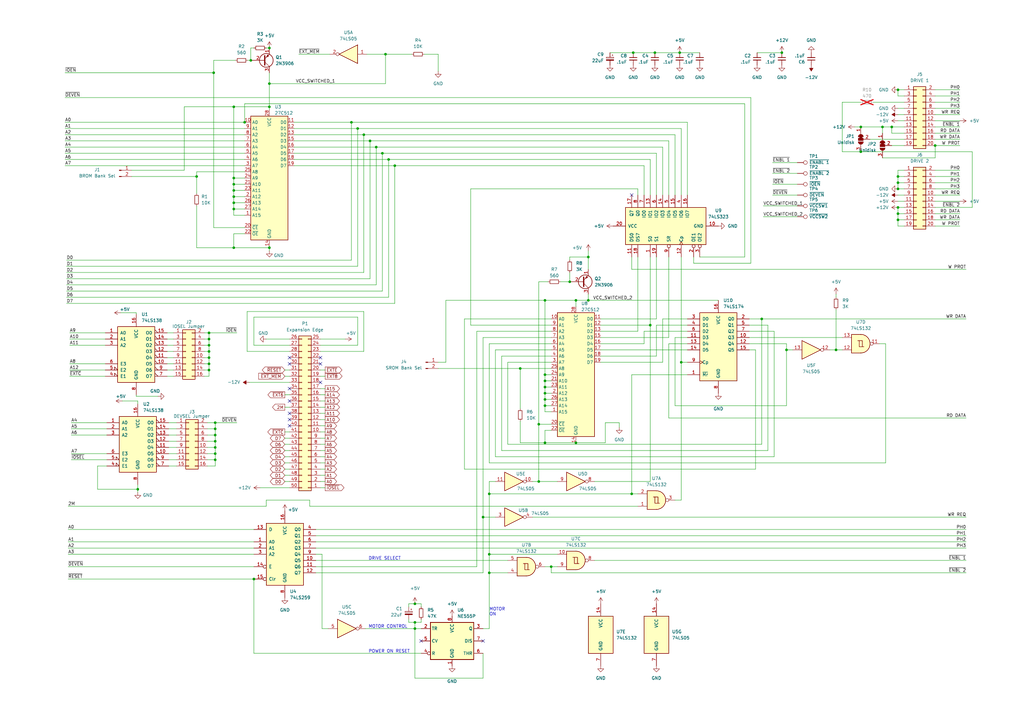
<source format=kicad_sch>
(kicad_sch
	(version 20250114)
	(generator "eeschema")
	(generator_version "9.0")
	(uuid "8d29f76a-632b-4d71-951f-82f85a7a70e9")
	(paper "A3")
	
	(text "DRIVE SELECT"
		(exclude_from_sim no)
		(at 151.13 229.87 0)
		(effects
			(font
				(size 1.27 1.27)
			)
			(justify left bottom)
		)
		(uuid "32096c80-1d98-4ed0-8b17-2c750151b76c")
	)
	(text "MOTOR CONTROL"
		(exclude_from_sim no)
		(at 151.13 257.81 0)
		(effects
			(font
				(size 1.27 1.27)
			)
			(justify left bottom)
		)
		(uuid "b6ef62f4-c465-4c3c-acae-af238f4f26b2")
	)
	(text "POWER ON RESET"
		(exclude_from_sim no)
		(at 151.13 267.97 0)
		(effects
			(font
				(size 1.27 1.27)
			)
			(justify left bottom)
		)
		(uuid "dc85ec82-107c-4516-8ee4-ef92570893f2")
	)
	(text "MOTOR\nON"
		(exclude_from_sim no)
		(at 200.66 252.73 0)
		(effects
			(font
				(size 1.27 1.27)
			)
			(justify left bottom)
		)
		(uuid "f1de4597-caac-4049-8722-f6b4249c5637")
	)
	(junction
		(at 110.49 101.6)
		(diameter 0)
		(color 0 0 0 0)
		(uuid "05c35608-664a-4ca0-a2cf-31b6dd200424")
	)
	(junction
		(at 223.52 156.21)
		(diameter 0)
		(color 0 0 0 0)
		(uuid "0879c555-36d5-4c97-9aed-43411da9ea34")
	)
	(junction
		(at 266.7 133.35)
		(diameter 0)
		(color 0 0 0 0)
		(uuid "0a7b412f-70cb-4bdd-ac90-37c18fe81247")
	)
	(junction
		(at 102.87 24.765)
		(diameter 0)
		(color 0 0 0 0)
		(uuid "0ba9ed8e-e999-4972-b176-08070152cb22")
	)
	(junction
		(at 85.725 149.225)
		(diameter 0)
		(color 0 0 0 0)
		(uuid "15605a0c-cf96-43bb-bf76-4c3d136378e6")
	)
	(junction
		(at 85.725 146.685)
		(diameter 0)
		(color 0 0 0 0)
		(uuid "1d4718a5-778a-4c3f-af8e-520b4e244b5b")
	)
	(junction
		(at 88.265 188.595)
		(diameter 0)
		(color 0 0 0 0)
		(uuid "1e542cfd-ea36-43ee-93f7-7150fc86a6b4")
	)
	(junction
		(at 365.76 52.07)
		(diameter 0)
		(color 0 0 0 0)
		(uuid "1e8fbe2b-8679-4f6a-aaab-41b5049b065b")
	)
	(junction
		(at 383.54 59.69)
		(diameter 0)
		(color 0 0 0 0)
		(uuid "1ea8a149-4aba-4853-bb4c-0394837ed622")
	)
	(junction
		(at 223.52 163.83)
		(diameter 0)
		(color 0 0 0 0)
		(uuid "1f6afc94-5427-44ba-ab5f-f21ca14d71ab")
	)
	(junction
		(at 200.66 227.33)
		(diameter 0)
		(color 0 0 0 0)
		(uuid "21deab9e-fe49-40f1-b271-ad9e3c1158a7")
	)
	(junction
		(at 88.265 173.355)
		(diameter 0)
		(color 0 0 0 0)
		(uuid "24448ccd-4e6b-4297-b1cd-b6b3f34a53d5")
	)
	(junction
		(at 223.52 161.29)
		(diameter 0)
		(color 0 0 0 0)
		(uuid "245bc0dd-2dc9-4f33-9560-45e6c9b400d0")
	)
	(junction
		(at 95.885 78.105)
		(diameter 0)
		(color 0 0 0 0)
		(uuid "25f08a18-5173-49a1-aa77-e63c3fb09d67")
	)
	(junction
		(at 158.115 22.225)
		(diameter 0)
		(color 0 0 0 0)
		(uuid "27b08bf3-8111-4a1b-96e8-87c4fc51cf03")
	)
	(junction
		(at 100.33 50.165)
		(diameter 0)
		(color 0 0 0 0)
		(uuid "28fb8a3f-b729-4ea4-99d2-cd1ac9fbe931")
	)
	(junction
		(at 88.265 183.515)
		(diameter 0)
		(color 0 0 0 0)
		(uuid "2c34ae5a-d1be-4bcf-bebe-ffa670279c84")
	)
	(junction
		(at 241.3 105.41)
		(diameter 0)
		(color 0 0 0 0)
		(uuid "2fbcbfb6-89ff-44c4-b8ab-a14cc42ccb95")
	)
	(junction
		(at 146.685 52.705)
		(diameter 0)
		(color 0 0 0 0)
		(uuid "30f5f225-0a6f-48a9-bb29-175458688e88")
	)
	(junction
		(at 223.52 153.67)
		(diameter 0)
		(color 0 0 0 0)
		(uuid "3b5798c4-1c2c-4a98-b765-79969f2e65cd")
	)
	(junction
		(at 88.265 180.975)
		(diameter 0)
		(color 0 0 0 0)
		(uuid "3cd3a86d-dd12-4db6-88c3-bb7512f569e8")
	)
	(junction
		(at 95.885 85.725)
		(diameter 0)
		(color 0 0 0 0)
		(uuid "3d15289f-6bd0-498d-9a91-a024047ae632")
	)
	(junction
		(at 268.605 21.59)
		(diameter 0)
		(color 0 0 0 0)
		(uuid "3dc49e25-d3e2-497d-bca1-dce6211dd479")
	)
	(junction
		(at 368.3 77.47)
		(diameter 0)
		(color 0 0 0 0)
		(uuid "40c57ef4-872a-4933-bfac-3fad98a7faeb")
	)
	(junction
		(at 95.885 73.025)
		(diameter 0)
		(color 0 0 0 0)
		(uuid "44338e21-f061-4f16-bddc-4b95d1200ff8")
	)
	(junction
		(at 56.515 200.66)
		(diameter 0)
		(color 0 0 0 0)
		(uuid "4474fbc5-95c0-46eb-be76-03f928b7ae21")
	)
	(junction
		(at 320.675 21.59)
		(diameter 0)
		(color 0 0 0 0)
		(uuid "463c12d8-e767-4dd8-97c0-cdb283823d10")
	)
	(junction
		(at 259.08 202.565)
		(diameter 0)
		(color 0 0 0 0)
		(uuid "4d1bf63f-0fa7-41aa-b85c-9f91e7e3a330")
	)
	(junction
		(at 278.765 21.59)
		(diameter 0)
		(color 0 0 0 0)
		(uuid "5050a3d7-cc2e-41dc-a3ff-0ef2e03614ae")
	)
	(junction
		(at 88.265 175.895)
		(diameter 0)
		(color 0 0 0 0)
		(uuid "528db227-f1ec-48a4-84f3-957e6a0e2945")
	)
	(junction
		(at 85.725 141.605)
		(diameter 0)
		(color 0 0 0 0)
		(uuid "567b4917-422e-4da3-896c-e3f1f7b69bc9")
	)
	(junction
		(at 368.3 36.83)
		(diameter 0)
		(color 0 0 0 0)
		(uuid "5d0ce87b-48fa-46aa-8a28-60ec56664695")
	)
	(junction
		(at 88.265 186.055)
		(diameter 0)
		(color 0 0 0 0)
		(uuid "5f72fc10-b556-4014-a2dc-4c1edea61bbb")
	)
	(junction
		(at 220.98 173.99)
		(diameter 0)
		(color 0 0 0 0)
		(uuid "6268f925-3c3e-4c07-8457-e5d0c0f63fae")
	)
	(junction
		(at 154.305 60.325)
		(diameter 0)
		(color 0 0 0 0)
		(uuid "69a5cb29-894a-4088-9123-a45b36745aad")
	)
	(junction
		(at 88.265 178.435)
		(diameter 0)
		(color 0 0 0 0)
		(uuid "6beb30db-72de-42e8-a0d7-1b562182385d")
	)
	(junction
		(at 220.98 197.485)
		(diameter 0)
		(color 0 0 0 0)
		(uuid "6c2f69b3-9b7c-434c-bb20-a6baea35c014")
	)
	(junction
		(at 104.14 237.49)
		(diameter 0)
		(color 0 0 0 0)
		(uuid "73b75c6b-0481-4c40-949d-c5403ad081db")
	)
	(junction
		(at 368.3 74.93)
		(diameter 0)
		(color 0 0 0 0)
		(uuid "786a55f6-f68a-4747-9143-eb9c21ad29f8")
	)
	(junction
		(at 161.925 67.945)
		(diameter 0)
		(color 0 0 0 0)
		(uuid "797db6ae-81a2-4e43-b4a3-1a961e3d2ce2")
	)
	(junction
		(at 151.765 57.785)
		(diameter 0)
		(color 0 0 0 0)
		(uuid "7b51218c-7899-428e-9d5a-d5cbdf48df8f")
	)
	(junction
		(at 159.385 65.405)
		(diameter 0)
		(color 0 0 0 0)
		(uuid "7fbb1f98-7376-4587-9074-f062416820d2")
	)
	(junction
		(at 241.3 123.19)
		(diameter 0)
		(color 0 0 0 0)
		(uuid "813bc9ac-6aff-4f98-8f32-f441000ea493")
	)
	(junction
		(at 95.885 83.185)
		(diameter 0)
		(color 0 0 0 0)
		(uuid "82e60a17-5192-47b0-809b-9d2b4e3e2a41")
	)
	(junction
		(at 85.725 136.525)
		(diameter 0)
		(color 0 0 0 0)
		(uuid "83915695-10b4-4375-96ca-404e57c38876")
	)
	(junction
		(at 144.145 50.165)
		(diameter 0)
		(color 0 0 0 0)
		(uuid "84cb6800-fdec-4336-9e0d-692f16a0e20e")
	)
	(junction
		(at 279.4 148.59)
		(diameter 0)
		(color 0 0 0 0)
		(uuid "87a0eb59-2dce-441c-9dd8-c0e92ab69b80")
	)
	(junction
		(at 198.12 212.09)
		(diameter 0)
		(color 0 0 0 0)
		(uuid "8e5d7652-5f57-4b05-a03e-7724a43fa613")
	)
	(junction
		(at 95.885 101.6)
		(diameter 0)
		(color 0 0 0 0)
		(uuid "8f5ebc58-e6f8-4787-8942-a1ec1418d1b7")
	)
	(junction
		(at 322.58 143.51)
		(diameter 0)
		(color 0 0 0 0)
		(uuid "9072744a-3983-4bde-8321-c7b4fbdcaee0")
	)
	(junction
		(at 170.18 257.81)
		(diameter 0)
		(color 0 0 0 0)
		(uuid "94683f4a-bad4-4ca4-aec8-1e76d7911546")
	)
	(junction
		(at 170.18 255.27)
		(diameter 0)
		(color 0 0 0 0)
		(uuid "9689360c-62f4-4ccd-928a-0354a8b12062")
	)
	(junction
		(at 170.18 247.65)
		(diameter 0)
		(color 0 0 0 0)
		(uuid "98f039f2-3a30-409f-8e2f-7f3bd469c43e")
	)
	(junction
		(at 368.3 72.39)
		(diameter 0)
		(color 0 0 0 0)
		(uuid "9a860088-5b1b-4997-b300-ff2cfa89e410")
	)
	(junction
		(at 80.645 72.39)
		(diameter 0)
		(color 0 0 0 0)
		(uuid "9c85b338-410e-4f21-85a1-16cc577a80f6")
	)
	(junction
		(at 223.52 181.61)
		(diameter 0)
		(color 0 0 0 0)
		(uuid "9fe2b187-bc45-4cca-a998-2f56a15f492e")
	)
	(junction
		(at 213.36 151.13)
		(diameter 0)
		(color 0 0 0 0)
		(uuid "a3fd1932-06aa-4647-b2d8-ad94fa969d00")
	)
	(junction
		(at 156.845 62.865)
		(diameter 0)
		(color 0 0 0 0)
		(uuid "a40c354b-9e3f-4183-952c-982ff222b866")
	)
	(junction
		(at 223.52 158.75)
		(diameter 0)
		(color 0 0 0 0)
		(uuid "a55a0779-c230-4e34-bb7b-f0f7788b5802")
	)
	(junction
		(at 85.725 139.065)
		(diameter 0)
		(color 0 0 0 0)
		(uuid "a83d4110-ac2d-4f84-be37-09b66f571eb9")
	)
	(junction
		(at 368.3 87.63)
		(diameter 0)
		(color 0 0 0 0)
		(uuid "a8b53387-bb5e-4160-878a-021b66310ef4")
	)
	(junction
		(at 95.885 80.645)
		(diameter 0)
		(color 0 0 0 0)
		(uuid "a8beffd9-87f8-453c-afce-3b5f62487bd7")
	)
	(junction
		(at 110.49 34.29)
		(diameter 0)
		(color 0 0 0 0)
		(uuid "aa1ed054-f711-417c-8905-992984459449")
	)
	(junction
		(at 85.725 151.765)
		(diameter 0)
		(color 0 0 0 0)
		(uuid "b1fa9f39-1a4a-4822-9751-a1f130395fdb")
	)
	(junction
		(at 85.725 144.145)
		(diameter 0)
		(color 0 0 0 0)
		(uuid "b39130d2-2e46-4427-8a0f-d53c56f819d3")
	)
	(junction
		(at 200.66 202.565)
		(diameter 0)
		(color 0 0 0 0)
		(uuid "b3d6d337-68bb-4836-b7fe-89e885bcad7c")
	)
	(junction
		(at 368.3 85.09)
		(diameter 0)
		(color 0 0 0 0)
		(uuid "b6c465a5-bb87-454a-97c7-05467e0dccf6")
	)
	(junction
		(at 87.63 29.845)
		(diameter 0)
		(color 0 0 0 0)
		(uuid "b86adde4-e9f6-4cff-9214-7308b62f93b2")
	)
	(junction
		(at 200.66 234.95)
		(diameter 0)
		(color 0 0 0 0)
		(uuid "bf10109e-476a-4edb-af39-68c09c46d515")
	)
	(junction
		(at 149.225 55.245)
		(diameter 0)
		(color 0 0 0 0)
		(uuid "bf139f30-b47c-44ad-b650-ef3c6c14a974")
	)
	(junction
		(at 223.52 166.37)
		(diameter 0)
		(color 0 0 0 0)
		(uuid "cf82bfd1-c322-4834-8111-b1cc12dbb0c1")
	)
	(junction
		(at 353.06 52.07)
		(diameter 0)
		(color 0 0 0 0)
		(uuid "e148e5c5-24ad-4f9f-95ae-ac7f40a64813")
	)
	(junction
		(at 236.22 181.61)
		(diameter 0)
		(color 0 0 0 0)
		(uuid "e1ed6a2a-b089-4042-ae3a-4aafc9c776cd")
	)
	(junction
		(at 342.9 143.51)
		(diameter 0)
		(color 0 0 0 0)
		(uuid "e2416487-9682-4e25-b69e-39b86bcb6212")
	)
	(junction
		(at 223.52 123.19)
		(diameter 0)
		(color 0 0 0 0)
		(uuid "e44c4ffb-887d-4faa-822f-fe542d4a4c90")
	)
	(junction
		(at 236.22 123.19)
		(diameter 0)
		(color 0 0 0 0)
		(uuid "e7b57ddc-28e9-4fe3-beee-f7ac91049199")
	)
	(junction
		(at 368.3 90.17)
		(diameter 0)
		(color 0 0 0 0)
		(uuid "e842378a-2f4b-489f-9cb1-df531ab6638b")
	)
	(junction
		(at 312.42 130.81)
		(diameter 0)
		(color 0 0 0 0)
		(uuid "ec467555-1589-4c66-b85c-290dc8c684e7")
	)
	(junction
		(at 95.885 43.815)
		(diameter 0)
		(color 0 0 0 0)
		(uuid "ec4ee92f-b995-4c82-a511-8424fb0c79b2")
	)
	(junction
		(at 110.49 19.685)
		(diameter 0)
		(color 0 0 0 0)
		(uuid "ed715a72-5a70-4e8f-b840-137e6099d87c")
	)
	(junction
		(at 226.06 232.41)
		(diameter 0)
		(color 0 0 0 0)
		(uuid "f7d6edbc-0cf0-400c-bdd8-390463e62a6f")
	)
	(junction
		(at 361.95 52.07)
		(diameter 0)
		(color 0 0 0 0)
		(uuid "f866dbb5-de03-4d6d-a840-f4944249ed73")
	)
	(junction
		(at 95.885 75.565)
		(diameter 0)
		(color 0 0 0 0)
		(uuid "fc92d096-10d0-42f8-9ddf-df80125b38cd")
	)
	(junction
		(at 233.68 115.57)
		(diameter 0)
		(color 0 0 0 0)
		(uuid "fd735486-424a-4b79-900c-e2b84fcdcbab")
	)
	(junction
		(at 259.715 21.59)
		(diameter 0)
		(color 0 0 0 0)
		(uuid "fe287263-7782-408f-9055-5294e8efa29c")
	)
	(junction
		(at 353.06 62.23)
		(diameter 0)
		(color 0 0 0 0)
		(uuid "fe2cb73c-c9d3-40ab-a3af-645fc2e660d9")
	)
	(junction
		(at 110.49 43.815)
		(diameter 0)
		(color 0 0 0 0)
		(uuid "fe4b238e-e2ac-4962-9665-41ac3473b4bd")
	)
	(no_connect
		(at 131.445 146.685)
		(uuid "09cb5ca2-f037-4767-bd4d-094c054413ca")
	)
	(no_connect
		(at 118.745 149.225)
		(uuid "0c808b20-1ba0-487f-bde6-631fcdf86992")
	)
	(no_connect
		(at 172.72 262.89)
		(uuid "24ce83df-adc7-49b1-8de5-59140a6a241c")
	)
	(no_connect
		(at 259.08 80.01)
		(uuid "3801ac87-4c62-4d90-bb89-bd02a827a7a2")
	)
	(no_connect
		(at 118.745 172.085)
		(uuid "3df9b39c-f7bd-4e28-98f6-f2a8b555dccf")
	)
	(no_connect
		(at 118.745 169.545)
		(uuid "5ea4b0f4-536a-4279-ac4c-04203f194641")
	)
	(no_connect
		(at 131.445 149.225)
		(uuid "74c89753-aa43-46ac-82d6-f1c8035f7dc9")
	)
	(no_connect
		(at 198.12 262.89)
		(uuid "76bde493-9706-455b-a7ea-a279cace855f")
	)
	(no_connect
		(at 118.745 164.465)
		(uuid "7f40a9b2-6015-430a-bf2e-e9397fb5675f")
	)
	(no_connect
		(at 118.745 146.685)
		(uuid "845f3c28-3ea3-4169-9f2b-9dd6d4e7a7f3")
	)
	(no_connect
		(at 131.445 156.845)
		(uuid "a65c5215-f32e-4281-a70d-d2e04994f325")
	)
	(no_connect
		(at 118.745 174.625)
		(uuid "cc97dbf1-a437-4548-ac8f-50dfd2b59e4a")
	)
	(no_connect
		(at 118.745 159.385)
		(uuid "dfa21c67-ce2b-471f-aa3e-6773bee1e862")
	)
	(wire
		(pts
			(xy 322.58 140.97) (xy 322.58 143.51)
		)
		(stroke
			(width 0)
			(type default)
		)
		(uuid "002fd2d7-be66-4a87-8e49-65dcdd3be486")
	)
	(wire
		(pts
			(xy 248.285 181.61) (xy 248.285 173.355)
		)
		(stroke
			(width 0)
			(type default)
		)
		(uuid "003a73d5-bba8-4f69-b405-e7bae5f6934b")
	)
	(wire
		(pts
			(xy 383.54 64.77) (xy 383.54 59.69)
		)
		(stroke
			(width 0)
			(type default)
		)
		(uuid "005520ab-aa54-434d-95d0-10b1cd21ee1c")
	)
	(wire
		(pts
			(xy 85.725 136.525) (xy 85.725 139.065)
		)
		(stroke
			(width 0)
			(type default)
		)
		(uuid "00a94d22-003f-40ec-845f-c4453633bc53")
	)
	(wire
		(pts
			(xy 56.515 198.755) (xy 56.515 200.66)
		)
		(stroke
			(width 0)
			(type default)
		)
		(uuid "010d2632-ed4a-42a1-88c1-728d0e602dd6")
	)
	(wire
		(pts
			(xy 110.49 102.87) (xy 110.49 101.6)
		)
		(stroke
			(width 0)
			(type default)
		)
		(uuid "0185753a-a588-46cb-9bd2-7d92b7488512")
	)
	(wire
		(pts
			(xy 223.52 161.29) (xy 223.52 163.83)
		)
		(stroke
			(width 0)
			(type default)
		)
		(uuid "01ba4be6-9e75-4304-ab82-859249ee68f2")
	)
	(wire
		(pts
			(xy 193.04 77.47) (xy 193.04 133.35)
		)
		(stroke
			(width 0)
			(type default)
		)
		(uuid "01cfb3cc-45cf-4443-824a-1ca7d2dfc72d")
	)
	(wire
		(pts
			(xy 179.705 151.13) (xy 213.36 151.13)
		)
		(stroke
			(width 0)
			(type default)
		)
		(uuid "01d83745-668f-4543-9cc1-4a77d118a2b3")
	)
	(wire
		(pts
			(xy 170.18 257.81) (xy 172.72 257.81)
		)
		(stroke
			(width 0)
			(type default)
		)
		(uuid "02da0d16-3d12-46a4-9bc8-dac4689f99fc")
	)
	(wire
		(pts
			(xy 28.575 139.065) (xy 43.18 139.065)
		)
		(stroke
			(width 0)
			(type default)
		)
		(uuid "0372d352-2b15-4522-a99d-9b308d4b21f3")
	)
	(wire
		(pts
			(xy 236.22 123.19) (xy 236.22 125.73)
		)
		(stroke
			(width 0)
			(type default)
		)
		(uuid "03d3d3d3-e776-4c5d-a5f8-483f41545fa0")
	)
	(wire
		(pts
			(xy 276.86 55.245) (xy 276.86 80.01)
		)
		(stroke
			(width 0)
			(type default)
		)
		(uuid "040f556c-b731-474e-ba57-fe04d7580ff1")
	)
	(wire
		(pts
			(xy 203.2 187.325) (xy 317.5 187.325)
		)
		(stroke
			(width 0)
			(type default)
		)
		(uuid "0553e7ea-1d50-48ac-ac36-3cd63cd9aeea")
	)
	(wire
		(pts
			(xy 368.3 74.93) (xy 368.3 77.47)
		)
		(stroke
			(width 0)
			(type default)
		)
		(uuid "05fc52a7-2bcc-4649-8376-4c214b84bb97")
	)
	(wire
		(pts
			(xy 327.025 71.12) (xy 316.865 71.12)
		)
		(stroke
			(width 0)
			(type default)
		)
		(uuid "06554c61-3879-42e7-bf14-88ec2b2f2cc4")
	)
	(wire
		(pts
			(xy 83.82 141.605) (xy 85.725 141.605)
		)
		(stroke
			(width 0)
			(type default)
		)
		(uuid "069b6b70-2781-406e-a655-e9752625b982")
	)
	(wire
		(pts
			(xy 104.14 130.048) (xy 104.14 141.605)
		)
		(stroke
			(width 0)
			(type default)
		)
		(uuid "07f2b615-5605-464c-80d8-11014832cdd0")
	)
	(wire
		(pts
			(xy 158.115 34.29) (xy 158.115 22.225)
		)
		(stroke
			(width 0)
			(type default)
		)
		(uuid "07f86f79-4086-4875-8ceb-b9ee61abd8d7")
	)
	(wire
		(pts
			(xy 129.54 229.87) (xy 208.28 229.87)
		)
		(stroke
			(width 0)
			(type default)
		)
		(uuid "07f89384-a348-4bbf-a28a-b33c80b0b3ed")
	)
	(wire
		(pts
			(xy 236.22 181.61) (xy 223.52 181.61)
		)
		(stroke
			(width 0)
			(type default)
		)
		(uuid "0823ec80-9f4f-4636-8f6b-e201415c7393")
	)
	(wire
		(pts
			(xy 383.54 90.17) (xy 393.7 90.17)
		)
		(stroke
			(width 0)
			(type default)
		)
		(uuid "08362519-b1e4-4590-b4b6-c24b3a2cf7bb")
	)
	(wire
		(pts
			(xy 229.87 115.57) (xy 233.68 115.57)
		)
		(stroke
			(width 0)
			(type default)
		)
		(uuid "087f17fb-ff18-4761-b50b-f3e75102182a")
	)
	(wire
		(pts
			(xy 190.5 192.405) (xy 309.88 192.405)
		)
		(stroke
			(width 0)
			(type default)
		)
		(uuid "0a546a50-d10e-4e34-9f3b-20da1ac81caa")
	)
	(wire
		(pts
			(xy 226.06 234.95) (xy 396.24 234.95)
		)
		(stroke
			(width 0)
			(type default)
		)
		(uuid "0ae6ec9f-c2d0-41a1-90f4-0b58ed9f7c02")
	)
	(wire
		(pts
			(xy 120.65 60.325) (xy 154.305 60.325)
		)
		(stroke
			(width 0)
			(type default)
		)
		(uuid "0b9926af-65cd-4ea2-9312-fe7c9913ce8e")
	)
	(wire
		(pts
			(xy 83.82 144.145) (xy 85.725 144.145)
		)
		(stroke
			(width 0)
			(type default)
		)
		(uuid "0be18984-773f-49ef-a1ef-0ae3e40ae114")
	)
	(wire
		(pts
			(xy 172.72 247.65) (xy 172.72 248.92)
		)
		(stroke
			(width 0)
			(type default)
		)
		(uuid "0c5d24ae-baf9-4661-9db5-5926b2ac1d6b")
	)
	(wire
		(pts
			(xy 246.38 133.35) (xy 266.7 133.35)
		)
		(stroke
			(width 0)
			(type default)
		)
		(uuid "0c7cadb5-6da1-4221-83d0-f0170aff118f")
	)
	(wire
		(pts
			(xy 131.445 189.865) (xy 133.35 189.865)
		)
		(stroke
			(width 0)
			(type default)
		)
		(uuid "0cd9d382-dd16-4687-ae20-27db55c4969f")
	)
	(wire
		(pts
			(xy 278.765 21.59) (xy 268.605 21.59)
		)
		(stroke
			(width 0)
			(type default)
		)
		(uuid "0eb99482-694f-4ff1-89fa-58ae1322d661")
	)
	(wire
		(pts
			(xy 95.885 83.185) (xy 95.885 85.725)
		)
		(stroke
			(width 0)
			(type default)
		)
		(uuid "0ee42175-0922-4fb8-8624-c0ef2f28e750")
	)
	(wire
		(pts
			(xy 29.21 178.435) (xy 43.815 178.435)
		)
		(stroke
			(width 0)
			(type default)
		)
		(uuid "0eeabcd7-348c-496c-bf89-9efee8011e76")
	)
	(wire
		(pts
			(xy 75.565 43.815) (xy 75.565 69.85)
		)
		(stroke
			(width 0)
			(type default)
		)
		(uuid "0f6a6bb9-658a-4cc8-aaab-2f8456bff783")
	)
	(wire
		(pts
			(xy 220.98 115.57) (xy 220.98 173.99)
		)
		(stroke
			(width 0)
			(type default)
		)
		(uuid "0fe8bb65-946b-4e9d-a4b7-45277f4d9e4f")
	)
	(wire
		(pts
			(xy 131.445 161.925) (xy 133.35 161.925)
		)
		(stroke
			(width 0)
			(type default)
		)
		(uuid "11530c3b-e92a-4222-8587-26beff227523")
	)
	(wire
		(pts
			(xy 223.52 156.21) (xy 226.06 156.21)
		)
		(stroke
			(width 0)
			(type default)
		)
		(uuid "11aec3cf-6786-4b61-9abd-5102df521d8b")
	)
	(wire
		(pts
			(xy 85.725 149.225) (xy 85.725 151.765)
		)
		(stroke
			(width 0)
			(type default)
		)
		(uuid "11dd4137-c665-4866-85ed-f9fe8e15cd9c")
	)
	(wire
		(pts
			(xy 146.685 130.048) (xy 104.14 130.048)
		)
		(stroke
			(width 0)
			(type default)
		)
		(uuid "12ae0546-56ce-4946-ae78-a3f728f0fec8")
	)
	(wire
		(pts
			(xy 223.52 166.37) (xy 226.06 166.37)
		)
		(stroke
			(width 0)
			(type default)
		)
		(uuid "146549e8-1fcd-4d37-bd27-c60fa48989bf")
	)
	(wire
		(pts
			(xy 129.54 219.71) (xy 396.24 219.71)
		)
		(stroke
			(width 0)
			(type default)
		)
		(uuid "1509c567-c73b-47f2-8d0f-5f03d2c921cd")
	)
	(wire
		(pts
			(xy 101.346 144.145) (xy 118.745 144.145)
		)
		(stroke
			(width 0)
			(type default)
		)
		(uuid "151c7a5c-1632-4466-9a42-660310eb7d64")
	)
	(wire
		(pts
			(xy 116.84 167.005) (xy 118.745 167.005)
		)
		(stroke
			(width 0)
			(type default)
		)
		(uuid "15b9b2c6-c334-4e36-8e4f-94f73fcd7630")
	)
	(wire
		(pts
			(xy 131.445 154.305) (xy 133.35 154.305)
		)
		(stroke
			(width 0)
			(type default)
		)
		(uuid "16401bde-830b-4199-83e6-9779a594a4d2")
	)
	(wire
		(pts
			(xy 116.84 192.405) (xy 118.745 192.405)
		)
		(stroke
			(width 0)
			(type default)
		)
		(uuid "17982d4b-6e11-43bc-b285-ce88a4c766c4")
	)
	(wire
		(pts
			(xy 149.225 55.245) (xy 149.225 111.76)
		)
		(stroke
			(width 0)
			(type default)
		)
		(uuid "188d085c-7dae-4530-bce0-1bd1ae787617")
	)
	(wire
		(pts
			(xy 27.305 109.22) (xy 146.685 109.22)
		)
		(stroke
			(width 0)
			(type default)
		)
		(uuid "18bb29e6-bd56-4695-9c90-9d4b55326793")
	)
	(wire
		(pts
			(xy 95.885 80.645) (xy 100.33 80.645)
		)
		(stroke
			(width 0)
			(type default)
		)
		(uuid "18cd97b8-567e-461a-a569-6d9b12001701")
	)
	(wire
		(pts
			(xy 161.925 67.945) (xy 161.925 124.46)
		)
		(stroke
			(width 0)
			(type default)
		)
		(uuid "19500551-9ab5-4760-9805-a118fda9c985")
	)
	(wire
		(pts
			(xy 305.435 105.41) (xy 287.02 105.41)
		)
		(stroke
			(width 0)
			(type default)
		)
		(uuid "1b90a748-4469-4403-b368-76126115304b")
	)
	(wire
		(pts
			(xy 131.445 187.325) (xy 133.35 187.325)
		)
		(stroke
			(width 0)
			(type default)
		)
		(uuid "1bdb2ec4-0b54-486d-ab8a-3a3cf73fc46f")
	)
	(wire
		(pts
			(xy 383.54 87.63) (xy 393.7 87.63)
		)
		(stroke
			(width 0)
			(type default)
		)
		(uuid "1be80b5c-5e71-4a4a-961c-b34579570a79")
	)
	(wire
		(pts
			(xy 144.145 50.165) (xy 281.94 50.165)
		)
		(stroke
			(width 0)
			(type default)
		)
		(uuid "1c9db634-753f-4221-a5bc-7ad4208eb554")
	)
	(wire
		(pts
			(xy 129.54 224.79) (xy 396.24 224.79)
		)
		(stroke
			(width 0)
			(type default)
		)
		(uuid "1cab1c13-e5e2-44d6-8611-199df41cc51a")
	)
	(wire
		(pts
			(xy 223.52 161.29) (xy 226.06 161.29)
		)
		(stroke
			(width 0)
			(type default)
		)
		(uuid "1cb61f41-3d1c-4dff-9479-62fab2287e26")
	)
	(wire
		(pts
			(xy 383.54 77.47) (xy 393.7 77.47)
		)
		(stroke
			(width 0)
			(type default)
		)
		(uuid "1d496e3c-d9a8-486f-a410-c99bf08bd807")
	)
	(wire
		(pts
			(xy 361.95 52.07) (xy 365.76 52.07)
		)
		(stroke
			(width 0)
			(type default)
		)
		(uuid "1dda161e-260d-4726-85f3-e91e571d654a")
	)
	(wire
		(pts
			(xy 198.12 138.43) (xy 198.12 212.09)
		)
		(stroke
			(width 0)
			(type default)
		)
		(uuid "1e9b3331-6e4c-425f-bd5b-40abfe37006d")
	)
	(wire
		(pts
			(xy 159.385 65.405) (xy 159.385 121.92)
		)
		(stroke
			(width 0)
			(type default)
		)
		(uuid "1eb92119-727b-45ae-afe1-c32360d66c60")
	)
	(wire
		(pts
			(xy 213.36 172.72) (xy 213.36 181.61)
		)
		(stroke
			(width 0)
			(type default)
		)
		(uuid "1f047f7a-4f58-483c-a838-16e33a170444")
	)
	(wire
		(pts
			(xy 236.22 123.19) (xy 241.3 123.19)
		)
		(stroke
			(width 0)
			(type default)
		)
		(uuid "1f822886-b150-4786-b463-4be39e03903a")
	)
	(wire
		(pts
			(xy 383.54 85.09) (xy 398.78 85.09)
		)
		(stroke
			(width 0)
			(type default)
		)
		(uuid "1fe2f8af-ca13-49d2-b540-1d676020e7bd")
	)
	(wire
		(pts
			(xy 149.225 144.145) (xy 149.225 127.762)
		)
		(stroke
			(width 0)
			(type default)
		)
		(uuid "203d27a7-ebba-4d12-badd-bc5fc73a868a")
	)
	(wire
		(pts
			(xy 95.885 101.6) (xy 80.645 101.6)
		)
		(stroke
			(width 0)
			(type default)
		)
		(uuid "204e05df-26b4-4276-bf7a-8eea107c2c98")
	)
	(wire
		(pts
			(xy 146.685 52.705) (xy 279.4 52.705)
		)
		(stroke
			(width 0)
			(type default)
		)
		(uuid "206dcf71-bf16-4891-9f5e-88ec4e245610")
	)
	(wire
		(pts
			(xy 320.675 21.59) (xy 310.515 21.59)
		)
		(stroke
			(width 0)
			(type default)
		)
		(uuid "20b6a1e8-b9fb-42eb-aebb-c1936f2291ce")
	)
	(wire
		(pts
			(xy 68.58 146.685) (xy 71.12 146.685)
		)
		(stroke
			(width 0)
			(type default)
		)
		(uuid "226991fb-ca2b-48ff-8520-0a29fe7d9306")
	)
	(wire
		(pts
			(xy 350.52 52.07) (xy 353.06 52.07)
		)
		(stroke
			(width 0)
			(type default)
		)
		(uuid "22875feb-91b0-472b-8b00-e74ac9893d1e")
	)
	(wire
		(pts
			(xy 269.24 62.865) (xy 269.24 80.01)
		)
		(stroke
			(width 0)
			(type default)
		)
		(uuid "2375a23b-508c-4bd3-8e4f-5aebe6b07800")
	)
	(wire
		(pts
			(xy 80.645 72.39) (xy 80.645 70.485)
		)
		(stroke
			(width 0)
			(type default)
		)
		(uuid "23955a25-f4da-497a-b473-c0e5f5f270aa")
	)
	(wire
		(pts
			(xy 182.88 123.19) (xy 182.88 148.59)
		)
		(stroke
			(width 0)
			(type default)
		)
		(uuid "2398833d-04b7-452d-ba6b-d7e4fe02f403")
	)
	(wire
		(pts
			(xy 274.32 105.41) (xy 274.32 138.43)
		)
		(stroke
			(width 0)
			(type default)
		)
		(uuid "23cc4ae3-9b03-40bb-82e0-23fc4d40ea5f")
	)
	(wire
		(pts
			(xy 29.21 173.355) (xy 43.815 173.355)
		)
		(stroke
			(width 0)
			(type default)
		)
		(uuid "23d03d7f-3fa3-4262-94ef-c7d67723f473")
	)
	(wire
		(pts
			(xy 363.22 189.865) (xy 363.22 140.97)
		)
		(stroke
			(width 0)
			(type default)
		)
		(uuid "24bfe3c6-60e2-4a78-bb62-924392218143")
	)
	(wire
		(pts
			(xy 131.445 179.705) (xy 133.35 179.705)
		)
		(stroke
			(width 0)
			(type default)
		)
		(uuid "25d35aca-2b44-482d-a9c6-cd18913cbaf2")
	)
	(wire
		(pts
			(xy 317.5 187.325) (xy 317.5 135.89)
		)
		(stroke
			(width 0)
			(type default)
		)
		(uuid "26bfe3d7-2568-4e2f-8999-9e95f79e347d")
	)
	(wire
		(pts
			(xy 85.09 173.355) (xy 88.265 173.355)
		)
		(stroke
			(width 0)
			(type default)
		)
		(uuid "27b53377-6b90-493b-b895-b0fcefdc409c")
	)
	(wire
		(pts
			(xy 55.88 162.56) (xy 55.88 161.925)
		)
		(stroke
			(width 0)
			(type default)
		)
		(uuid "285627d0-acc1-4cd2-89a3-1af34c724ae4")
	)
	(wire
		(pts
			(xy 259.715 21.59) (xy 268.605 21.59)
		)
		(stroke
			(width 0)
			(type default)
		)
		(uuid "28ee4499-e07b-43fb-bdd3-59c6b0292bd3")
	)
	(wire
		(pts
			(xy 27.94 207.645) (xy 109.22 207.645)
		)
		(stroke
			(width 0)
			(type default)
		)
		(uuid "29c06ac6-9c42-4ff5-bb25-48d0c8388580")
	)
	(wire
		(pts
			(xy 170.18 278.13) (xy 170.18 257.81)
		)
		(stroke
			(width 0)
			(type default)
		)
		(uuid "2a298268-8c25-4a45-ac9c-e4dea7c4f57f")
	)
	(wire
		(pts
			(xy 100.33 42.545) (xy 100.33 50.165)
		)
		(stroke
			(width 0)
			(type default)
		)
		(uuid "2a2a7cf9-e7e9-47ed-92d0-ed0421f9cb4d")
	)
	(wire
		(pts
			(xy 131.445 174.625) (xy 133.35 174.625)
		)
		(stroke
			(width 0)
			(type default)
		)
		(uuid "2ab04268-d2c1-443d-9da8-f95d2b922db2")
	)
	(wire
		(pts
			(xy 53.975 72.39) (xy 80.645 72.39)
		)
		(stroke
			(width 0)
			(type default)
		)
		(uuid "2b5a2f12-d2ee-4114-84b5-06e37c3a525f")
	)
	(wire
		(pts
			(xy 342.9 127) (xy 342.9 143.51)
		)
		(stroke
			(width 0)
			(type default)
		)
		(uuid "2ba5ec4f-a8db-4682-b3f7-54096fceba9a")
	)
	(wire
		(pts
			(xy 243.84 197.485) (xy 266.7 197.485)
		)
		(stroke
			(width 0)
			(type default)
		)
		(uuid "2c16da2e-69d4-4190-802f-fbd3cd59c96a")
	)
	(wire
		(pts
			(xy 129.54 234.95) (xy 198.12 234.95)
		)
		(stroke
			(width 0)
			(type default)
		)
		(uuid "2c8f55da-067b-4d3b-820e-5c0a11e5c7ab")
	)
	(wire
		(pts
			(xy 266.7 65.405) (xy 266.7 80.01)
		)
		(stroke
			(width 0)
			(type default)
		)
		(uuid "2c9b0c63-46b3-42f9-8c9e-6a34c099e00c")
	)
	(wire
		(pts
			(xy 190.5 130.81) (xy 226.06 130.81)
		)
		(stroke
			(width 0)
			(type default)
		)
		(uuid "2c9b1e05-123b-4754-adb2-bc98e3bb0e97")
	)
	(wire
		(pts
			(xy 27.305 106.68) (xy 144.145 106.68)
		)
		(stroke
			(width 0)
			(type default)
		)
		(uuid "2cbe804e-fa9f-40b7-8273-4e50a6d4c6f4")
	)
	(wire
		(pts
			(xy 27.305 111.76) (xy 149.225 111.76)
		)
		(stroke
			(width 0)
			(type default)
		)
		(uuid "2cc0634a-2688-4834-ae28-e2595dafd825")
	)
	(wire
		(pts
			(xy 200.66 227.33) (xy 200.66 234.95)
		)
		(stroke
			(width 0)
			(type default)
		)
		(uuid "2cc630b5-2500-4fa2-886f-ccf6a7ba2fa0")
	)
	(wire
		(pts
			(xy 102.87 19.685) (xy 104.14 19.685)
		)
		(stroke
			(width 0)
			(type default)
		)
		(uuid "2d232f74-4aba-4ea5-94ec-b0a706ad1466")
	)
	(wire
		(pts
			(xy 95.885 83.185) (xy 100.33 83.185)
		)
		(stroke
			(width 0)
			(type default)
		)
		(uuid "2d35af53-f4dc-4d5f-894d-cb4d07b6d7c6")
	)
	(wire
		(pts
			(xy 83.82 154.305) (xy 85.725 154.305)
		)
		(stroke
			(width 0)
			(type default)
		)
		(uuid "2e1afdfd-04a4-4a81-86fa-5d91ad3a5d78")
	)
	(wire
		(pts
			(xy 116.84 182.245) (xy 118.745 182.245)
		)
		(stroke
			(width 0)
			(type default)
		)
		(uuid "2f250031-cd09-4dcd-a85f-5ef9ad5a6c05")
	)
	(wire
		(pts
			(xy 383.54 41.91) (xy 393.7 41.91)
		)
		(stroke
			(width 0)
			(type default)
		)
		(uuid "2f6019e0-a517-4718-a181-073367eb84ab")
	)
	(wire
		(pts
			(xy 200.66 140.97) (xy 200.66 189.865)
		)
		(stroke
			(width 0)
			(type default)
		)
		(uuid "2fb296b0-6096-4c7a-85c9-e6a15a41ef1a")
	)
	(wire
		(pts
			(xy 95.885 75.565) (xy 95.885 78.105)
		)
		(stroke
			(width 0)
			(type default)
		)
		(uuid "30403b14-9def-435c-bd6f-a85844ce71df")
	)
	(wire
		(pts
			(xy 27.305 124.46) (xy 161.925 124.46)
		)
		(stroke
			(width 0)
			(type default)
		)
		(uuid "30d6aadb-d508-4cae-a200-774e606bbfa1")
	)
	(wire
		(pts
			(xy 261.62 105.41) (xy 261.62 135.89)
		)
		(stroke
			(width 0)
			(type default)
		)
		(uuid "31d27f1b-b8bd-4e3f-b671-71b0b22ff6ff")
	)
	(wire
		(pts
			(xy 28.575 136.525) (xy 43.18 136.525)
		)
		(stroke
			(width 0)
			(type default)
		)
		(uuid "32ebe881-783b-4267-a979-85a0df767077")
	)
	(wire
		(pts
			(xy 200.66 189.865) (xy 363.22 189.865)
		)
		(stroke
			(width 0)
			(type default)
		)
		(uuid "34df1aa3-641f-4d1c-aae0-195b7c53ff43")
	)
	(wire
		(pts
			(xy 307.34 135.89) (xy 317.5 135.89)
		)
		(stroke
			(width 0)
			(type default)
		)
		(uuid "353ea4d8-3abc-48c0-990c-e9d2b9121467")
	)
	(wire
		(pts
			(xy 281.94 50.165) (xy 281.94 80.01)
		)
		(stroke
			(width 0)
			(type default)
		)
		(uuid "355d96a7-b863-431a-a668-481b97175e85")
	)
	(wire
		(pts
			(xy 131.445 192.405) (xy 133.35 192.405)
		)
		(stroke
			(width 0)
			(type default)
		)
		(uuid "35ee101e-87d7-4b57-ab93-1eb6551f657b")
	)
	(wire
		(pts
			(xy 80.645 84.455) (xy 80.645 101.6)
		)
		(stroke
			(width 0)
			(type default)
		)
		(uuid "3602f1c3-a297-477e-8d41-723debe510c7")
	)
	(wire
		(pts
			(xy 131.445 200.025) (xy 133.35 200.025)
		)
		(stroke
			(width 0)
			(type default)
		)
		(uuid "36320a72-48da-4e36-8f3e-297e7299917f")
	)
	(wire
		(pts
			(xy 27.94 217.17) (xy 104.14 217.17)
		)
		(stroke
			(width 0)
			(type default)
		)
		(uuid "369901b2-1923-434e-a616-68211a0c0ce3")
	)
	(wire
		(pts
			(xy 342.9 120.65) (xy 342.9 121.92)
		)
		(stroke
			(width 0)
			(type default)
		)
		(uuid "39504826-2165-4a11-aa9c-8dbb2537af7f")
	)
	(wire
		(pts
			(xy 49.53 128.27) (xy 55.88 128.27)
		)
		(stroke
			(width 0)
			(type default)
		)
		(uuid "3ab9f7fa-bb85-4bd9-a0b9-1a628caa4860")
	)
	(wire
		(pts
			(xy 167.64 247.65) (xy 170.18 247.65)
		)
		(stroke
			(width 0)
			(type default)
		)
		(uuid "3d57f0a0-b1c2-4787-ae65-480f4bd3f77f")
	)
	(wire
		(pts
			(xy 368.3 69.85) (xy 368.3 72.39)
		)
		(stroke
			(width 0)
			(type default)
		)
		(uuid "3d95c92d-78c7-41b6-8e43-8b3d8ab38152")
	)
	(wire
		(pts
			(xy 233.68 105.41) (xy 233.68 106.68)
		)
		(stroke
			(width 0)
			(type default)
		)
		(uuid "3e58532a-5de3-4226-849a-886c6d81e971")
	)
	(wire
		(pts
			(xy 383.54 52.07) (xy 393.7 52.07)
		)
		(stroke
			(width 0)
			(type default)
		)
		(uuid "3ec79136-0629-45f8-b356-c72f40a2e69d")
	)
	(wire
		(pts
			(xy 218.44 197.485) (xy 220.98 197.485)
		)
		(stroke
			(width 0)
			(type default)
		)
		(uuid "3ef97970-f9aa-4dc6-890a-33e0c998d573")
	)
	(wire
		(pts
			(xy 243.84 229.87) (xy 396.24 229.87)
		)
		(stroke
			(width 0)
			(type default)
		)
		(uuid "3f141edf-b1b7-4c25-823b-bfa03f422569")
	)
	(wire
		(pts
			(xy 259.08 202.565) (xy 261.62 202.565)
		)
		(stroke
			(width 0)
			(type default)
		)
		(uuid "3fa16c28-6be2-4e36-9bc7-2cd17d08b4ad")
	)
	(wire
		(pts
			(xy 95.885 85.725) (xy 95.885 88.265)
		)
		(stroke
			(width 0)
			(type default)
		)
		(uuid "3facc87a-ce1e-47ac-b4be-1cdec47aa07f")
	)
	(wire
		(pts
			(xy 383.54 44.45) (xy 393.7 44.45)
		)
		(stroke
			(width 0)
			(type default)
		)
		(uuid "3feed079-8bc6-4d67-ab7d-8e4a65739e53")
	)
	(wire
		(pts
			(xy 43.815 191.135) (xy 40.005 191.135)
		)
		(stroke
			(width 0)
			(type default)
		)
		(uuid "3fff86d1-0215-40f2-b4f5-1d9d13e46f2d")
	)
	(wire
		(pts
			(xy 26.67 62.865) (xy 100.33 62.865)
		)
		(stroke
			(width 0)
			(type default)
		)
		(uuid "4019359a-3bb6-4c73-be9d-69368d44296d")
	)
	(wire
		(pts
			(xy 363.22 140.97) (xy 360.68 140.97)
		)
		(stroke
			(width 0)
			(type default)
		)
		(uuid "4073090a-4063-48ca-bfd0-7b0959a55051")
	)
	(wire
		(pts
			(xy 261.62 77.47) (xy 261.62 80.01)
		)
		(stroke
			(width 0)
			(type default)
		)
		(uuid "40a91ace-baf0-4028-b422-59ec3ca66b70")
	)
	(wire
		(pts
			(xy 223.52 123.19) (xy 236.22 123.19)
		)
		(stroke
			(width 0)
			(type default)
		)
		(uuid "40b37fdc-49cf-470d-801c-1a777e9b0e0e")
	)
	(wire
		(pts
			(xy 327.025 75.565) (xy 316.865 75.565)
		)
		(stroke
			(width 0)
			(type default)
		)
		(uuid "410561d1-7435-4b5b-8dfb-088b001c6fe5")
	)
	(wire
		(pts
			(xy 368.3 49.53) (xy 370.84 49.53)
		)
		(stroke
			(width 0)
			(type default)
		)
		(uuid "41060587-c2d8-4e8f-a01c-928ff4b0ca66")
	)
	(wire
		(pts
			(xy 208.28 148.59) (xy 226.06 148.59)
		)
		(stroke
			(width 0)
			(type default)
		)
		(uuid "413955d3-54ef-4cef-a747-15446cda4e53")
	)
	(wire
		(pts
			(xy 156.845 62.865) (xy 156.845 119.38)
		)
		(stroke
			(width 0)
			(type default)
		)
		(uuid "42282eba-76d3-4680-9acd-29a7910d6f92")
	)
	(wire
		(pts
			(xy 85.09 188.595) (xy 88.265 188.595)
		)
		(stroke
			(width 0)
			(type default)
		)
		(uuid "43c33852-1f67-4bb5-9440-75bf4abec522")
	)
	(wire
		(pts
			(xy 223.52 181.61) (xy 223.52 176.53)
		)
		(stroke
			(width 0)
			(type default)
		)
		(uuid "44c039d4-f085-49cd-a110-1f3238b09e54")
	)
	(wire
		(pts
			(xy 220.98 173.99) (xy 226.06 173.99)
		)
		(stroke
			(width 0)
			(type default)
		)
		(uuid "460ddc7c-014e-454b-a96a-299dbf13db24")
	)
	(wire
		(pts
			(xy 226.06 135.89) (xy 195.58 135.89)
		)
		(stroke
			(width 0)
			(type default)
		)
		(uuid "465934ab-66ff-47fc-819e-58114d99ea9d")
	)
	(wire
		(pts
			(xy 28.575 141.605) (xy 43.18 141.605)
		)
		(stroke
			(width 0)
			(type default)
		)
		(uuid "490d48b1-f053-4697-8c4f-7354f1c4942b")
	)
	(wire
		(pts
			(xy 200.66 227.33) (xy 228.6 227.33)
		)
		(stroke
			(width 0)
			(type default)
		)
		(uuid "49bb305e-3022-453e-9d2d-8ba74eb866d4")
	)
	(wire
		(pts
			(xy 120.65 65.405) (xy 159.385 65.405)
		)
		(stroke
			(width 0)
			(type default)
		)
		(uuid "4a7a3df5-faa0-4584-a24d-1e962d801590")
	)
	(wire
		(pts
			(xy 246.38 138.43) (xy 274.32 138.43)
		)
		(stroke
			(width 0)
			(type default)
		)
		(uuid "4b585418-42cb-4130-9dc1-e19780fdbeff")
	)
	(wire
		(pts
			(xy 40.005 200.66) (xy 56.515 200.66)
		)
		(stroke
			(width 0)
			(type default)
		)
		(uuid "4b72144a-2762-4bc0-934e-9ff21d760d4b")
	)
	(wire
		(pts
			(xy 95.885 80.645) (xy 95.885 83.185)
		)
		(stroke
			(width 0)
			(type default)
		)
		(uuid "4c009b05-d5d4-4d36-a889-932f5925874e")
	)
	(wire
		(pts
			(xy 88.265 173.355) (xy 97.155 173.355)
		)
		(stroke
			(width 0)
			(type default)
		)
		(uuid "4c01b922-5572-40b4-9187-797f37f98304")
	)
	(wire
		(pts
			(xy 95.885 73.025) (xy 95.885 75.565)
		)
		(stroke
			(width 0)
			(type default)
		)
		(uuid "4c132c6d-df46-42cf-b45e-6aa46e7d1930")
	)
	(wire
		(pts
			(xy 27.305 114.3) (xy 151.765 114.3)
		)
		(stroke
			(width 0)
			(type default)
		)
		(uuid "4c9736e0-4d2a-48e6-a968-290a0d85c195")
	)
	(wire
		(pts
			(xy 69.215 186.055) (xy 72.39 186.055)
		)
		(stroke
			(width 0)
			(type default)
		)
		(uuid "4d65ab1b-aa46-4fa7-8dbc-568fab631322")
	)
	(wire
		(pts
			(xy 50.165 164.465) (xy 56.515 164.465)
		)
		(stroke
			(width 0)
			(type default)
		)
		(uuid "4df0addc-455f-4f25-a987-a8f3268a0193")
	)
	(wire
		(pts
			(xy 368.3 77.47) (xy 370.84 77.47)
		)
		(stroke
			(width 0)
			(type default)
		)
		(uuid "4e3b2be0-5f48-44a9-8d85-58e214a78b0e")
	)
	(wire
		(pts
			(xy 223.52 158.75) (xy 226.06 158.75)
		)
		(stroke
			(width 0)
			(type default)
		)
		(uuid "4e85e04f-c582-42d8-ac91-957e0b4f6fc9")
	)
	(wire
		(pts
			(xy 144.145 50.165) (xy 144.145 106.68)
		)
		(stroke
			(width 0)
			(type default)
		)
		(uuid "4ebd9146-8c37-4161-8f9d-34a263571f42")
	)
	(wire
		(pts
			(xy 274.32 140.97) (xy 281.94 140.97)
		)
		(stroke
			(width 0)
			(type default)
		)
		(uuid "4f19f767-46f5-4d76-b736-68466d9c93a0")
	)
	(wire
		(pts
			(xy 116.84 177.165) (xy 118.745 177.165)
		)
		(stroke
			(width 0)
			(type default)
		)
		(uuid "4faa7985-0186-4e99-b44b-c38c9bbb3ee9")
	)
	(wire
		(pts
			(xy 110.49 34.29) (xy 110.49 43.815)
		)
		(stroke
			(width 0)
			(type default)
		)
		(uuid "5002dc41-5ba7-4a17-8ea3-dc67333ed9cb")
	)
	(wire
		(pts
			(xy 85.09 178.435) (xy 88.265 178.435)
		)
		(stroke
			(width 0)
			(type default)
		)
		(uuid "503ed22f-e666-4adf-a7f5-9aec028d4ff9")
	)
	(wire
		(pts
			(xy 116.84 184.785) (xy 118.745 184.785)
		)
		(stroke
			(width 0)
			(type default)
		)
		(uuid "50614a38-6480-4f87-98cc-9f11de71a2bd")
	)
	(wire
		(pts
			(xy 340.36 143.51) (xy 342.9 143.51)
		)
		(stroke
			(width 0)
			(type default)
		)
		(uuid "50e1d9c1-0b2c-43f6-be44-fc8565473599")
	)
	(wire
		(pts
			(xy 198.12 212.09) (xy 198.12 234.95)
		)
		(stroke
			(width 0)
			(type default)
		)
		(uuid "50e1f7d1-0fd4-4c45-b068-56d850b41a9e")
	)
	(wire
		(pts
			(xy 200.66 202.565) (xy 200.66 197.485)
		)
		(stroke
			(width 0)
			(type default)
		)
		(uuid "512e8485-4cef-4269-bb7d-4a192cf0d938")
	)
	(wire
		(pts
			(xy 56.515 164.465) (xy 56.515 165.735)
		)
		(stroke
			(width 0)
			(type default)
		)
		(uuid "52a80e8c-362d-4971-8190-c9279682555a")
	)
	(wire
		(pts
			(xy 309.88 192.405) (xy 309.88 143.51)
		)
		(stroke
			(width 0)
			(type default)
		)
		(uuid "52c4c782-599c-47c8-8692-355a1340da56")
	)
	(wire
		(pts
			(xy 122.555 22.225) (xy 135.255 22.225)
		)
		(stroke
			(width 0)
			(type default)
		)
		(uuid "531236f9-7668-4b77-9f03-d5c4d0bfea5c")
	)
	(wire
		(pts
			(xy 223.52 181.61) (xy 213.36 181.61)
		)
		(stroke
			(width 0)
			(type default)
		)
		(uuid "535fccec-51aa-4520-b36e-59c7ee1b6f23")
	)
	(wire
		(pts
			(xy 27.94 227.33) (xy 104.14 227.33)
		)
		(stroke
			(width 0)
			(type default)
		)
		(uuid "53d1f588-c076-4cf6-a0aa-99ccd45081d7")
	)
	(wire
		(pts
			(xy 246.38 146.05) (xy 269.24 146.05)
		)
		(stroke
			(width 0)
			(type default)
		)
		(uuid "5444680e-3db0-4d28-9e9e-ddc4f2e05e4b")
	)
	(wire
		(pts
			(xy 88.265 178.435) (xy 88.265 180.975)
		)
		(stroke
			(width 0)
			(type default)
		)
		(uuid "54cfca36-43de-4be1-9110-5a609a5e4daf")
	)
	(wire
		(pts
			(xy 85.725 151.765) (xy 85.725 154.305)
		)
		(stroke
			(width 0)
			(type default)
		)
		(uuid "5521a20e-1acd-4a1a-8221-1795308ad995")
	)
	(wire
		(pts
			(xy 365.76 52.07) (xy 365.76 54.61)
		)
		(stroke
			(width 0)
			(type default)
		)
		(uuid "5563d8bf-1470-4b92-a420-4249dcae6f17")
	)
	(wire
		(pts
			(xy 131.445 197.485) (xy 133.35 197.485)
		)
		(stroke
			(width 0)
			(type default)
		)
		(uuid "568e7785-c5b9-4059-9643-5fbc6eaade3b")
	)
	(wire
		(pts
			(xy 368.3 44.45) (xy 370.84 44.45)
		)
		(stroke
			(width 0)
			(type default)
		)
		(uuid "56c51746-5d0b-43ff-824b-4c02fc625d1c")
	)
	(wire
		(pts
			(xy 170.18 255.27) (xy 172.72 255.27)
		)
		(stroke
			(width 0)
			(type default)
		)
		(uuid "57550ad2-7b70-4e60-9988-53f3dbe919d7")
	)
	(wire
		(pts
			(xy 28.575 151.765) (xy 43.18 151.765)
		)
		(stroke
			(width 0)
			(type default)
		)
		(uuid "592a6608-e914-455a-a672-a13f5e90cb0d")
	)
	(wire
		(pts
			(xy 68.58 151.765) (xy 71.12 151.765)
		)
		(stroke
			(width 0)
			(type default)
		)
		(uuid "59dea561-016d-4e73-9c04-c1a37a062f05")
	)
	(wire
		(pts
			(xy 368.3 39.37) (xy 370.84 39.37)
		)
		(stroke
			(width 0)
			(type default)
		)
		(uuid "5a259f74-2fa2-4498-9832-b175b5400063")
	)
	(wire
		(pts
			(xy 80.645 72.39) (xy 80.645 79.375)
		)
		(stroke
			(width 0)
			(type default)
		)
		(uuid "5af7d0e5-cbc6-4384-b087-0a78dd8125f7")
	)
	(wire
		(pts
			(xy 383.54 46.99) (xy 393.7 46.99)
		)
		(stroke
			(width 0)
			(type default)
		)
		(uuid "5b20494b-0fcf-4409-8ba6-c96cf6b21d5e")
	)
	(wire
		(pts
			(xy 158.115 22.225) (xy 150.495 22.225)
		)
		(stroke
			(width 0)
			(type default)
		)
		(uuid "5b3c61c9-2edb-44af-9441-953b07ab07c4")
	)
	(wire
		(pts
			(xy 87.63 93.345) (xy 100.33 93.345)
		)
		(stroke
			(width 0)
			(type default)
		)
		(uuid "5bb0d7c5-9833-4605-b52e-cd0933e65ac4")
	)
	(wire
		(pts
			(xy 85.725 146.685) (xy 85.725 149.225)
		)
		(stroke
			(width 0)
			(type default)
		)
		(uuid "5bc9692a-e685-43d2-b030-bbd0f4ad634d")
	)
	(wire
		(pts
			(xy 233.68 111.76) (xy 233.68 115.57)
		)
		(stroke
			(width 0)
			(type default)
		)
		(uuid "5d272202-45fc-4f84-abd3-39c9f087f9c2")
	)
	(wire
		(pts
			(xy 264.16 67.945) (xy 264.16 80.01)
		)
		(stroke
			(width 0)
			(type default)
		)
		(uuid "5da1f741-3441-4c09-972f-8261284e4d4f")
	)
	(wire
		(pts
			(xy 85.725 139.065) (xy 85.725 141.605)
		)
		(stroke
			(width 0)
			(type default)
		)
		(uuid "5dc602c9-3d59-4931-b97c-a77b51501d9e")
	)
	(wire
		(pts
			(xy 101.346 127.762) (xy 101.346 144.145)
		)
		(stroke
			(width 0)
			(type default)
		)
		(uuid "5dc6b905-8c81-4f61-a027-da94067e26a0")
	)
	(wire
		(pts
			(xy 53.975 69.85) (xy 75.565 69.85)
		)
		(stroke
			(width 0)
			(type default)
		)
		(uuid "5e2ba40c-b879-4ba0-bdee-b5a643fd4a62")
	)
	(wire
		(pts
			(xy 85.725 136.525) (xy 97.155 136.525)
		)
		(stroke
			(width 0)
			(type default)
		)
		(uuid "5eda04ce-4a71-4892-a48a-83b1daa96ccf")
	)
	(wire
		(pts
			(xy 312.42 130.81) (xy 396.24 130.81)
		)
		(stroke
			(width 0)
			(type default)
		)
		(uuid "5f3d0579-e99b-46d6-b529-1e2ecd7da16b")
	)
	(wire
		(pts
			(xy 200.66 234.95) (xy 208.28 234.95)
		)
		(stroke
			(width 0)
			(type default)
		)
		(uuid "5f9cb16f-2a06-4058-9105-05fa62a2b3e7")
	)
	(wire
		(pts
			(xy 223.52 163.83) (xy 223.52 166.37)
		)
		(stroke
			(width 0)
			(type default)
		)
		(uuid "6003d2c5-c686-448e-88b5-b453bc895e44")
	)
	(wire
		(pts
			(xy 314.96 133.35) (xy 314.96 184.785)
		)
		(stroke
			(width 0)
			(type default)
		)
		(uuid "60124244-6f42-48b6-b35c-06915722a0ff")
	)
	(wire
		(pts
			(xy 120.65 67.945) (xy 161.925 67.945)
		)
		(stroke
			(width 0)
			(type default)
		)
		(uuid "60449197-1657-48b3-a33f-52ed6c48cf19")
	)
	(wire
		(pts
			(xy 27.94 224.79) (xy 104.14 224.79)
		)
		(stroke
			(width 0)
			(type default)
		)
		(uuid "63117653-02fa-45a4-85fc-9692018b8f27")
	)
	(wire
		(pts
			(xy 398.78 62.23) (xy 353.06 62.23)
		)
		(stroke
			(width 0)
			(type default)
		)
		(uuid "6467df17-b0ef-4ec9-98e0-ebc34725e58f")
	)
	(wire
		(pts
			(xy 110.49 43.815) (xy 110.49 45.085)
		)
		(stroke
			(width 0)
			(type default)
		)
		(uuid "649ff346-fee3-41a9-b7cb-9e6f68126768")
	)
	(wire
		(pts
			(xy 313.055 84.455) (xy 327.025 84.455)
		)
		(stroke
			(width 0)
			(type default)
		)
		(uuid "65884a4b-4dd5-418e-b2dc-9d85f30c39f5")
	)
	(wire
		(pts
			(xy 88.265 191.135) (xy 85.09 191.135)
		)
		(stroke
			(width 0)
			(type default)
		)
		(uuid "65fee74d-4728-4997-aadc-c6c7ef5c61ef")
	)
	(wire
		(pts
			(xy 146.685 141.605) (xy 146.685 130.048)
		)
		(stroke
			(width 0)
			(type default)
		)
		(uuid "6771efae-95cf-4487-be0a-fa7f4be4608a")
	)
	(wire
		(pts
			(xy 26.67 60.325) (xy 100.33 60.325)
		)
		(stroke
			(width 0)
			(type default)
		)
		(uuid "684587ac-70c8-47e4-9e19-1014ef3ac5e7")
	)
	(wire
		(pts
			(xy 69.215 191.135) (xy 72.39 191.135)
		)
		(stroke
			(width 0)
			(type default)
		)
		(uuid "68d839b0-253d-405b-be89-5bb997c222db")
	)
	(wire
		(pts
			(xy 368.3 36.83) (xy 370.84 36.83)
		)
		(stroke
			(width 0)
			(type default)
		)
		(uuid "68ffbd83-1088-47a9-8b8f-442eee746643")
	)
	(wire
		(pts
			(xy 368.3 92.71) (xy 370.84 92.71)
		)
		(stroke
			(width 0)
			(type default)
		)
		(uuid "6971c1e5-f29c-4d0a-99d5-02afb777427c")
	)
	(wire
		(pts
			(xy 358.14 41.91) (xy 370.84 41.91)
		)
		(stroke
			(width 0)
			(type default)
		)
		(uuid "6a90f50e-dae5-4775-8c85-8ac9885e50de")
	)
	(wire
		(pts
			(xy 223.52 176.53) (xy 226.06 176.53)
		)
		(stroke
			(width 0)
			(type default)
		)
		(uuid "6b6d6a46-df07-4601-84be-a037d18897d1")
	)
	(wire
		(pts
			(xy 27.94 232.41) (xy 104.14 232.41)
		)
		(stroke
			(width 0)
			(type default)
		)
		(uuid "6b8d2303-88ea-477d-933a-20d522bf125e")
	)
	(wire
		(pts
			(xy 170.18 247.65) (xy 172.72 247.65)
		)
		(stroke
			(width 0)
			(type default)
		)
		(uuid "6c1a12fe-3a6f-4cbc-9fcf-ee34b2bc7f16")
	)
	(wire
		(pts
			(xy 345.44 41.91) (xy 353.06 41.91)
		)
		(stroke
			(width 0)
			(type default)
		)
		(uuid "6d13ede4-63c4-41a9-8bc5-773bef285526")
	)
	(wire
		(pts
			(xy 28.575 154.305) (xy 43.18 154.305)
		)
		(stroke
			(width 0)
			(type default)
		)
		(uuid "6d19e455-7e05-49e1-9595-d9946fcef6ba")
	)
	(wire
		(pts
			(xy 102.235 156.845) (xy 118.745 156.845)
		)
		(stroke
			(width 0)
			(type default)
		)
		(uuid "6d96c319-bf2a-4c58-9a24-9386f97b691e")
	)
	(wire
		(pts
			(xy 236.22 181.61) (xy 248.285 181.61)
		)
		(stroke
			(width 0)
			(type default)
		)
		(uuid "6ddd5381-f216-4d28-97c4-513fe982cf6a")
	)
	(wire
		(pts
			(xy 264.16 135.89) (xy 281.94 135.89)
		)
		(stroke
			(width 0)
			(type default)
		)
		(uuid "6e3f51ad-2655-42d1-b8c0-b3b9b5911595")
	)
	(wire
		(pts
			(xy 368.3 90.17) (xy 370.84 90.17)
		)
		(stroke
			(width 0)
			(type default)
		)
		(uuid "6eb74b82-1a85-481b-bba6-60928b7c7c47")
	)
	(wire
		(pts
			(xy 223.52 166.37) (xy 223.52 168.91)
		)
		(stroke
			(width 0)
			(type default)
		)
		(uuid "6efe8753-c591-4b4b-b718-e78bd215e8b8")
	)
	(wire
		(pts
			(xy 271.78 60.325) (xy 271.78 80.01)
		)
		(stroke
			(width 0)
			(type default)
		)
		(uuid "6fb922c8-53a6-4b63-a939-43dd1f754560")
	)
	(wire
		(pts
			(xy 208.28 148.59) (xy 208.28 182.245)
		)
		(stroke
			(width 0)
			(type default)
		)
		(uuid "709139b1-4cf9-4e1d-8c3b-d77faee2cf17")
	)
	(wire
		(pts
			(xy 27.305 121.92) (xy 159.385 121.92)
		)
		(stroke
			(width 0)
			(type default)
		)
		(uuid "7143853a-e082-4fac-923e-79e35b6f8687")
	)
	(wire
		(pts
			(xy 116.84 179.705) (xy 118.745 179.705)
		)
		(stroke
			(width 0)
			(type default)
		)
		(uuid "725bffae-5de0-4640-965f-640141a71ae9")
	)
	(wire
		(pts
			(xy 154.305 60.325) (xy 271.78 60.325)
		)
		(stroke
			(width 0)
			(type default)
		)
		(uuid "737b656d-425b-4e9f-9b6d-09198f4b1988")
	)
	(wire
		(pts
			(xy 313.055 88.9) (xy 327.025 88.9)
		)
		(stroke
			(width 0)
			(type default)
		)
		(uuid "739aeadd-151d-4b47-9e8d-7c4159288ec2")
	)
	(wire
		(pts
			(xy 365.76 54.61) (xy 370.84 54.61)
		)
		(stroke
			(width 0)
			(type default)
		)
		(uuid "73e53367-ef08-432f-8712-78e38577c8e6")
	)
	(wire
		(pts
			(xy 68.58 154.305) (xy 71.12 154.305)
		)
		(stroke
			(width 0)
			(type default)
		)
		(uuid "743f7f0b-611b-481e-96b6-04be121aa0e8")
	)
	(wire
		(pts
			(xy 200.66 227.33) (xy 200.66 202.565)
		)
		(stroke
			(width 0)
			(type default)
		)
		(uuid "75139a5c-4602-4f76-8e7a-fb94930dc1e0")
	)
	(wire
		(pts
			(xy 116.84 194.945) (xy 118.745 194.945)
		)
		(stroke
			(width 0)
			(type default)
		)
		(uuid "75cc97bb-2ee9-4b10-ba4a-ece6593cb1be")
	)
	(wire
		(pts
			(xy 87.63 24.765) (xy 96.52 24.765)
		)
		(stroke
			(width 0)
			(type default)
		)
		(uuid "75e06a44-4207-488a-ac13-76dc42c49bbc")
	)
	(wire
		(pts
			(xy 106.68 200.025) (xy 118.745 200.025)
		)
		(stroke
			(width 0)
			(type default)
		)
		(uuid "75ff85ac-a4c5-4066-8a8d-dfbb4c35ebc0")
	)
	(wire
		(pts
			(xy 368.3 69.85) (xy 370.84 69.85)
		)
		(stroke
			(width 0)
			(type default)
		)
		(uuid "775e7632-5dfc-4a08-bfd5-9fcb44f112aa")
	)
	(wire
		(pts
			(xy 159.385 65.405) (xy 266.7 65.405)
		)
		(stroke
			(width 0)
			(type default)
		)
		(uuid "77694347-8238-40d3-a37a-3e6a3ea502d4")
	)
	(wire
		(pts
			(xy 195.58 135.89) (xy 195.58 232.41)
		)
		(stroke
			(width 0)
			(type default)
		)
		(uuid "7acb076f-7f67-4679-98a6-158c21ed0df8")
	)
	(wire
		(pts
			(xy 276.86 166.37) (xy 276.86 138.43)
		)
		(stroke
			(width 0)
			(type default)
		)
		(uuid "7c463131-4304-4f38-a6a9-ed0f58425a8b")
	)
	(wire
		(pts
			(xy 88.265 186.055) (xy 88.265 188.595)
		)
		(stroke
			(width 0)
			(type default)
		)
		(uuid "7c4b073f-07f2-4178-b43b-8dd1ce076195")
	)
	(wire
		(pts
			(xy 69.215 180.975) (xy 72.39 180.975)
		)
		(stroke
			(width 0)
			(type default)
		)
		(uuid "7ca1581b-77c9-4bcd-aca5-59fe1ec2b7cb")
	)
	(wire
		(pts
			(xy 131.445 159.385) (xy 133.35 159.385)
		)
		(stroke
			(width 0)
			(type default)
		)
		(uuid "7d1c51e5-11f3-42a0-8b7f-7ff383ed264d")
	)
	(wire
		(pts
			(xy 173.99 22.225) (xy 179.705 22.225)
		)
		(stroke
			(width 0)
			(type default)
		)
		(uuid "7d7ebc25-dc12-4128-891e-6702e0628159")
	)
	(wire
		(pts
			(xy 95.885 78.105) (xy 100.33 78.105)
		)
		(stroke
			(width 0)
			(type default)
		)
		(uuid "7d9a1622-7a08-46dc-99ec-b9929fa811b6")
	)
	(wire
		(pts
			(xy 102.87 19.685) (xy 102.87 24.765)
		)
		(stroke
			(width 0)
			(type default)
		)
		(uuid "7e7678ae-0f65-44ce-a5f5-4bd6f6747788")
	)
	(wire
		(pts
			(xy 261.62 77.47) (xy 193.04 77.47)
		)
		(stroke
			(width 0)
			(type default)
		)
		(uuid "7fe6a606-bb11-45a0-b559-e67959b3e8fb")
	)
	(wire
		(pts
			(xy 205.74 146.05) (xy 205.74 184.785)
		)
		(stroke
			(width 0)
			(type default)
		)
		(uuid "805021af-bd63-4171-a59f-d4bf27e1069d")
	)
	(wire
		(pts
			(xy 383.54 92.71) (xy 393.7 92.71)
		)
		(stroke
			(width 0)
			(type default)
		)
		(uuid "82bac826-e835-479f-a8c0-7f6a4476e603")
	)
	(wire
		(pts
			(xy 68.58 141.605) (xy 71.12 141.605)
		)
		(stroke
			(width 0)
			(type default)
		)
		(uuid "82f0b557-f1e8-46ba-a7b7-14df73613f55")
	)
	(wire
		(pts
			(xy 383.54 72.39) (xy 393.7 72.39)
		)
		(stroke
			(width 0)
			(type default)
		)
		(uuid "832d4e12-be54-4065-9a52-9124553883ff")
	)
	(wire
		(pts
			(xy 220.98 115.57) (xy 224.79 115.57)
		)
		(stroke
			(width 0)
			(type default)
		)
		(uuid "835e337d-5be0-42bf-813e-2da9bf60d121")
	)
	(wire
		(pts
			(xy 353.06 52.07) (xy 361.95 52.07)
		)
		(stroke
			(width 0)
			(type default)
		)
		(uuid "8471510b-f0aa-44e0-abe2-119fcb507769")
	)
	(wire
		(pts
			(xy 307.975 107.95) (xy 307.975 40.005)
		)
		(stroke
			(width 0)
			(type default)
		)
		(uuid "859aacd2-dd9f-44cc-af0a-6e53ee12c2e4")
	)
	(wire
		(pts
			(xy 88.265 180.975) (xy 88.265 183.515)
		)
		(stroke
			(width 0)
			(type default)
		)
		(uuid "8606b9ad-a09d-4432-ac5c-9cc68d3ed6e3")
	)
	(wire
		(pts
			(xy 131.445 164.465) (xy 133.35 164.465)
		)
		(stroke
			(width 0)
			(type default)
		)
		(uuid "862b098f-dcdb-48a4-bee5-f7ec9ee0bf6b")
	)
	(wire
		(pts
			(xy 274.32 171.45) (xy 396.24 171.45)
		)
		(stroke
			(width 0)
			(type default)
		)
		(uuid "86404ae2-822d-4efc-a327-7e3872b923f3")
	)
	(wire
		(pts
			(xy 132.08 257.81) (xy 134.62 257.81)
		)
		(stroke
			(width 0)
			(type default)
		)
		(uuid "873fb4bf-cf40-4c3d-bc5e-04599d5b7ab2")
	)
	(wire
		(pts
			(xy 368.3 72.39) (xy 368.3 74.93)
		)
		(stroke
			(width 0)
			(type default)
		)
		(uuid "87f594fb-add5-42c9-bae6-e7544b6d40a2")
	)
	(wire
		(pts
			(xy 110.49 34.29) (xy 158.115 34.29)
		)
		(stroke
			(width 0)
			(type default)
		)
		(uuid "88522855-9bf0-49ed-b75b-6904b3cbe5c0")
	)
	(wire
		(pts
			(xy 69.215 173.355) (xy 72.39 173.355)
		)
		(stroke
			(width 0)
			(type default)
		)
		(uuid "886e321b-2009-429d-b02c-104e0bb77bcf")
	)
	(wire
		(pts
			(xy 325.12 143.51) (xy 322.58 143.51)
		)
		(stroke
			(width 0)
			(type default)
		)
		(uuid "88aec043-cfeb-4921-9f81-44e653c0fba3")
	)
	(wire
		(pts
			(xy 342.9 143.51) (xy 345.44 143.51)
		)
		(stroke
			(width 0)
			(type default)
		)
		(uuid "89549988-7ee2-4938-82f3-2738f8476ab2")
	)
	(wire
		(pts
			(xy 110.49 43.815) (xy 95.885 43.815)
		)
		(stroke
			(width 0)
			(type default)
		)
		(uuid "8ad36de9-cd96-4410-a6ab-95cfb14d20b8")
	)
	(wire
		(pts
			(xy 208.28 182.245) (xy 312.42 182.245)
		)
		(stroke
			(width 0)
			(type default)
		)
		(uuid "8b0b1121-9153-43d8-94d5-83a4e9d4aaaa")
	)
	(wire
		(pts
			(xy 167.64 255.27) (xy 170.18 255.27)
		)
		(stroke
			(width 0)
			(type default)
		)
		(uuid "8b5a5e67-f32c-4635-a1ea-247da1fd8b25")
	)
	(wire
		(pts
			(xy 131.445 141.605) (xy 146.685 141.605)
		)
		(stroke
			(width 0)
			(type default)
		)
		(uuid "8bec9080-3486-4c8c-be5a-ba6894140cfa")
	)
	(wire
		(pts
			(xy 203.2 143.51) (xy 226.06 143.51)
		)
		(stroke
			(width 0)
			(type default)
		)
		(uuid "8c5d8d85-d440-4332-a499-19cbfc27a5d1")
	)
	(wire
		(pts
			(xy 29.21 186.055) (xy 43.815 186.055)
		)
		(stroke
			(width 0)
			(type default)
		)
		(uuid "8d275bf9-0ee8-43a3-af5d-161f15f0aa8a")
	)
	(wire
		(pts
			(xy 213.36 151.13) (xy 226.06 151.13)
		)
		(stroke
			(width 0)
			(type default)
		)
		(uuid "8d83c155-9172-4ff5-a16f-0ddfbfaf82b3")
	)
	(wire
		(pts
			(xy 246.38 143.51) (xy 281.94 143.51)
		)
		(stroke
			(width 0)
			(type default)
		)
		(uuid "8dff2bf9-0824-44f5-9034-343cbe3fac3e")
	)
	(wire
		(pts
			(xy 259.08 110.49) (xy 259.08 105.41)
		)
		(stroke
			(width 0)
			(type default)
		)
		(uuid "8e686c89-87de-4341-a6bb-00c441fe2aa6")
	)
	(wire
		(pts
			(xy 200.66 197.485) (xy 203.2 197.485)
		)
		(stroke
			(width 0)
			(type default)
		)
		(uuid "8fe1eb02-641a-4e94-9756-6e9b93fd84d3")
	)
	(wire
		(pts
			(xy 264.16 140.97) (xy 264.16 135.89)
		)
		(stroke
			(width 0)
			(type default)
		)
		(uuid "902e2ff8-0d19-4ef6-affd-d696dd0b2604")
	)
	(wire
		(pts
			(xy 246.38 140.97) (xy 264.16 140.97)
		)
		(stroke
			(width 0)
			(type default)
		)
		(uuid "911f3ca2-ed7d-4540-a04d-5f1841c7ed1e")
	)
	(wire
		(pts
			(xy 69.215 188.595) (xy 72.39 188.595)
		)
		(stroke
			(width 0)
			(type default)
		)
		(uuid "91ca2f72-5251-4f74-9908-51dd5b6df633")
	)
	(wire
		(pts
			(xy 116.84 161.925) (xy 118.745 161.925)
		)
		(stroke
			(width 0)
			(type default)
		)
		(uuid "92229e3a-a04c-4b2f-897b-61be92d999c5")
	)
	(wire
		(pts
			(xy 26.67 57.785) (xy 100.33 57.785)
		)
		(stroke
			(width 0)
			(type default)
		)
		(uuid "9249a8f5-de36-4288-92f8-679445969b21")
	)
	(wire
		(pts
			(xy 327.025 80.01) (xy 316.865 80.01)
		)
		(stroke
			(width 0)
			(type default)
		)
		(uuid "931b3438-3009-4d8a-b11a-150d93da6c24")
	)
	(wire
		(pts
			(xy 167.64 247.65) (xy 167.64 248.92)
		)
		(stroke
			(width 0)
			(type default)
		)
		(uuid "940f88e8-f7e9-4d8d-863d-2810752e5f60")
	)
	(wire
		(pts
			(xy 281.94 148.59) (xy 279.4 148.59)
		)
		(stroke
			(width 0)
			(type default)
		)
		(uuid "943a067d-d47a-484c-93ad-e02123a6731d")
	)
	(wire
		(pts
			(xy 241.3 105.41) (xy 241.3 110.49)
		)
		(stroke
			(width 0)
			(type default)
		)
		(uuid "95ebbde1-3049-40c5-b735-e6c6883f2a73")
	)
	(wire
		(pts
			(xy 95.885 78.105) (xy 95.885 80.645)
		)
		(stroke
			(width 0)
			(type default)
		)
		(uuid "960baf77-0bab-4751-8026-e72d4b31f9c2")
	)
	(wire
		(pts
			(xy 156.845 62.865) (xy 269.24 62.865)
		)
		(stroke
			(width 0)
			(type default)
		)
		(uuid "970b8d56-f1d0-4079-825d-d66c977be100")
	)
	(wire
		(pts
			(xy 200.66 257.81) (xy 198.12 257.81)
		)
		(stroke
			(width 0)
			(type default)
		)
		(uuid "9830a067-bb55-44f3-b453-af00d5dca3e2")
	)
	(wire
		(pts
			(xy 226.06 232.41) (xy 228.6 232.41)
		)
		(stroke
			(width 0)
			(type default)
		)
		(uuid "98429e75-6812-4887-9aac-7d8ce997cf2b")
	)
	(wire
		(pts
			(xy 29.21 175.895) (xy 43.815 175.895)
		)
		(stroke
			(width 0)
			(type default)
		)
		(uuid "99091072-dbaf-4e15-9401-e76f3766a5cc")
	)
	(wire
		(pts
			(xy 223.52 123.19) (xy 223.52 153.67)
		)
		(stroke
			(width 0)
			(type default)
		)
		(uuid "9917301f-deff-449b-9ab8-d9af24d7f5b7")
	)
	(wire
		(pts
			(xy 271.78 130.81) (xy 281.94 130.81)
		)
		(stroke
			(width 0)
			(type default)
		)
		(uuid "9941e883-c528-490f-84e5-a92bd8819a52")
	)
	(wire
		(pts
			(xy 29.21 188.595) (xy 43.815 188.595)
		)
		(stroke
			(width 0)
			(type default)
		)
		(uuid "995a8957-ef14-4ba2-92cd-a0273c9daa1c")
	)
	(wire
		(pts
			(xy 69.215 183.515) (xy 72.39 183.515)
		)
		(stroke
			(width 0)
			(type default)
		)
		(uuid "997b57d1-47c2-49ad-9b00-b029ebb26b13")
	)
	(wire
		(pts
			(xy 278.765 21.59) (xy 287.02 21.59)
		)
		(stroke
			(width 0)
			(type default)
		)
		(uuid "9a7bdce2-3826-4a39-8b6a-7993ab1c7e1d")
	)
	(wire
		(pts
			(xy 368.3 46.99) (xy 370.84 46.99)
		)
		(stroke
			(width 0)
			(type default)
		)
		(uuid "9aac6bd6-331f-4367-b31e-365a9bc34614")
	)
	(wire
		(pts
			(xy 172.72 254) (xy 172.72 255.27)
		)
		(stroke
			(width 0)
			(type default)
		)
		(uuid "9c853e8f-b823-44d6-b850-97b1cb1fb26c")
	)
	(wire
		(pts
			(xy 131.445 169.545) (xy 133.35 169.545)
		)
		(stroke
			(width 0)
			(type default)
		)
		(uuid "9cb99440-ab2a-437d-ad9d-b2daa0d8964a")
	)
	(wire
		(pts
			(xy 353.06 62.23) (xy 345.44 62.23)
		)
		(stroke
			(width 0)
			(type default)
		)
		(uuid "9cd66416-be6e-4452-bc51-4e6065496d39")
	)
	(wire
		(pts
			(xy 85.725 144.145) (xy 85.725 146.685)
		)
		(stroke
			(width 0)
			(type default)
		)
		(uuid "9d1da279-d485-462c-bfea-dc66a6220343")
	)
	(wire
		(pts
			(xy 27.305 119.38) (xy 156.845 119.38)
		)
		(stroke
			(width 0)
			(type default)
		)
		(uuid "9dc00950-0003-4da1-8797-3780b2c9d5e9")
	)
	(wire
		(pts
			(xy 307.34 138.43) (xy 345.44 138.43)
		)
		(stroke
			(width 0)
			(type default)
		)
		(uuid "9e2f1b95-2641-4f8f-b2c8-9f47a2ee6904")
	)
	(wire
		(pts
			(xy 246.38 148.59) (xy 271.78 148.59)
		)
		(stroke
			(width 0)
			(type default)
		)
		(uuid "9e40c6ce-08b2-4b68-b098-47df42bae75e")
	)
	(wire
		(pts
			(xy 284.48 107.95) (xy 284.48 105.41)
		)
		(stroke
			(width 0)
			(type default)
		)
		(uuid "9e66854b-0cd9-46ff-8b97-58fb1233c0e8")
	)
	(wire
		(pts
			(xy 223.52 153.67) (xy 226.06 153.67)
		)
		(stroke
			(width 0)
			(type default)
		)
		(uuid "9ec173fc-b1ed-4a6e-a575-0377f5e2e8c6")
	)
	(wire
		(pts
			(xy 88.265 183.515) (xy 88.265 186.055)
		)
		(stroke
			(width 0)
			(type default)
		)
		(uuid "9fb2ea1b-04f2-4776-93c8-a7119983c545")
	)
	(wire
		(pts
			(xy 167.64 254) (xy 167.64 255.27)
		)
		(stroke
			(width 0)
			(type default)
		)
		(uuid "9fb91578-07e1-40c5-9c2e-6561d2efb35f")
	)
	(wire
		(pts
			(xy 172.72 267.97) (xy 104.14 267.97)
		)
		(stroke
			(width 0)
			(type default)
		)
		(uuid "9fc5840d-0854-443c-acd9-8360294f8372")
	)
	(wire
		(pts
			(xy 305.435 105.41) (xy 305.435 42.545)
		)
		(stroke
			(width 0)
			(type default)
		)
		(uuid "a04c445e-c6b3-4b9e-aaad-224bda6d6b4d")
	)
	(wire
		(pts
			(xy 198.12 278.13) (xy 170.18 278.13)
		)
		(stroke
			(width 0)
			(type default)
		)
		(uuid "a0967324-e606-4495-bcef-2eee859a85f1")
	)
	(wire
		(pts
			(xy 309.88 143.51) (xy 307.34 143.51)
		)
		(stroke
			(width 0)
			(type default)
		)
		(uuid "a1736a45-6610-488a-8b18-fcb32de1f542")
	)
	(wire
		(pts
			(xy 220.98 173.99) (xy 220.98 197.485)
		)
		(stroke
			(width 0)
			(type default)
		)
		(uuid "a19a159f-b834-416a-8481-2c5ddbbfcaba")
	)
	(wire
		(pts
			(xy 85.725 141.605) (xy 85.725 144.145)
		)
		(stroke
			(width 0)
			(type default)
		)
		(uuid "a21b6d1f-6538-4a8e-8302-97b36ae238fd")
	)
	(wire
		(pts
			(xy 279.4 52.705) (xy 279.4 80.01)
		)
		(stroke
			(width 0)
			(type default)
		)
		(uuid "a3b95fac-afb2-497a-ab14-5b045159af95")
	)
	(wire
		(pts
			(xy 109.22 205.105) (xy 127 205.105)
		)
		(stroke
			(width 0)
			(type default)
		)
		(uuid "a4118643-6e52-4677-b16a-484d8258fbbe")
	)
	(wire
		(pts
			(xy 383.54 57.15) (xy 393.7 57.15)
		)
		(stroke
			(width 0)
			(type default)
		)
		(uuid "a55cebdf-fb83-44c9-9e65-807bde892354")
	)
	(wire
		(pts
			(xy 26.67 29.845) (xy 87.63 29.845)
		)
		(stroke
			(width 0)
			(type default)
		)
		(uuid "a5ab69ea-b96c-4d13-99ce-001f2988af2c")
	)
	(wire
		(pts
			(xy 368.3 36.83) (xy 368.3 39.37)
		)
		(stroke
			(width 0)
			(type default)
		)
		(uuid "a68f37ba-4636-4bd4-9f6c-f7261c74e36c")
	)
	(wire
		(pts
			(xy 223.52 123.19) (xy 182.88 123.19)
		)
		(stroke
			(width 0)
			(type default)
		)
		(uuid "a6ea222e-f33c-4c62-b38d-6551896b8ecc")
	)
	(wire
		(pts
			(xy 393.7 82.55) (xy 383.54 82.55)
		)
		(stroke
			(width 0)
			(type default)
		)
		(uuid "a71162e5-fe8b-4431-9c4d-461a7d23142b")
	)
	(wire
		(pts
			(xy 190.5 130.81) (xy 190.5 192.405)
		)
		(stroke
			(width 0)
			(type default)
		)
		(uuid "a7a558d5-9995-4230-9103-a15263ed7b74")
	)
	(wire
		(pts
			(xy 223.52 153.67) (xy 223.52 156.21)
		)
		(stroke
			(width 0)
			(type default)
		)
		(uuid "a81e5ccd-8f25-4c50-b000-a717e8577b26")
	)
	(wire
		(pts
			(xy 109.22 19.685) (xy 110.49 19.685)
		)
		(stroke
			(width 0)
			(type default)
		)
		(uuid "a861b24a-6bf3-42c5-b3c5-fc3302b281b6")
	)
	(wire
		(pts
			(xy 368.3 80.01) (xy 370.84 80.01)
		)
		(stroke
			(width 0)
			(type default)
		)
		(uuid "a875a0ba-7aad-4dce-816b-6094b1f0fdea")
	)
	(wire
		(pts
			(xy 68.58 149.225) (xy 71.12 149.225)
		)
		(stroke
			(width 0)
			(type default)
		)
		(uuid "a87cbd44-0d3e-47ac-b3e0-a119eeef786f")
	)
	(wire
		(pts
			(xy 120.65 57.785) (xy 151.765 57.785)
		)
		(stroke
			(width 0)
			(type default)
		)
		(uuid "a8c545dc-1fba-4aa7-b12b-f2f8ae55cb19")
	)
	(wire
		(pts
			(xy 56.515 200.66) (xy 56.515 201.93)
		)
		(stroke
			(width 0)
			(type default)
		)
		(uuid "a976836f-6f66-4f8e-83c8-eb0b65ea3846")
	)
	(wire
		(pts
			(xy 129.54 217.17) (xy 396.24 217.17)
		)
		(stroke
			(width 0)
			(type default)
		)
		(uuid "a9901d4a-4841-49b2-ae1a-2b6f0f86e8a5")
	)
	(wire
		(pts
			(xy 198.12 267.97) (xy 198.12 278.13)
		)
		(stroke
			(width 0)
			(type default)
		)
		(uuid "a9ff3621-35af-4d61-9daf-c259f5660528")
	)
	(wire
		(pts
			(xy 284.48 107.95) (xy 307.975 107.95)
		)
		(stroke
			(width 0)
			(type default)
		)
		(uuid "abe070be-d2b1-4dfa-a69c-dec60a3683a7")
	)
	(wire
		(pts
			(xy 322.58 166.37) (xy 276.86 166.37)
		)
		(stroke
			(width 0)
			(type default)
		)
		(uuid "ac71324f-5cde-4b51-99f5-03457edfd04a")
	)
	(wire
		(pts
			(xy 203.2 143.51) (xy 203.2 187.325)
		)
		(stroke
			(width 0)
			(type default)
		)
		(uuid "adc73710-5332-4312-aea0-617c2da22563")
	)
	(wire
		(pts
			(xy 68.58 144.145) (xy 71.12 144.145)
		)
		(stroke
			(width 0)
			(type default)
		)
		(uuid "ae61cad0-72e6-4f20-a63b-b1583833dae8")
	)
	(wire
		(pts
			(xy 109.22 207.645) (xy 109.22 205.105)
		)
		(stroke
			(width 0)
			(type default)
		)
		(uuid "ae803980-782f-481c-9571-e49346fa2e2b")
	)
	(wire
		(pts
			(xy 131.445 194.945) (xy 133.35 194.945)
		)
		(stroke
			(width 0)
			(type default)
		)
		(uuid "aec0ebfd-1a4a-4ce3-b682-286c0adf9d01")
	)
	(wire
		(pts
			(xy 279.4 148.59) (xy 279.4 205.105)
		)
		(stroke
			(width 0)
			(type default)
		)
		(uuid "af7b534b-8ff0-45fb-81ab-59dc6ee1abb4")
	)
	(wire
		(pts
			(xy 83.82 136.525) (xy 85.725 136.525)
		)
		(stroke
			(width 0)
			(type default)
		)
		(uuid "b05aae7f-e04a-404a-8e6b-00f178fc389e")
	)
	(wire
		(pts
			(xy 83.82 146.685) (xy 85.725 146.685)
		)
		(stroke
			(width 0)
			(type default)
		)
		(uuid "b0627baf-31e6-4603-9812-72d08757e147")
	)
	(wire
		(pts
			(xy 368.3 82.55) (xy 370.84 82.55)
		)
		(stroke
			(width 0)
			(type default)
		)
		(uuid "b1210ca2-c3a2-435f-9284-09aa96c8fc45")
	)
	(wire
		(pts
			(xy 131.445 184.785) (xy 133.35 184.785)
		)
		(stroke
			(width 0)
			(type default)
		)
		(uuid "b21de7ae-f82f-4a0b-91fb-cb63fdcdad41")
	)
	(wire
		(pts
			(xy 271.78 148.59) (xy 271.78 130.81)
		)
		(stroke
			(width 0)
			(type default)
		)
		(uuid "b452d6ff-5dc1-4f82-96df-d7fa0c5b9d6b")
	)
	(wire
		(pts
			(xy 110.49 29.845) (xy 110.49 34.29)
		)
		(stroke
			(width 0)
			(type default)
		)
		(uuid "b4d0a7c3-fa84-4b75-9a33-b90ed7fa8264")
	)
	(wire
		(pts
			(xy 383.54 59.69) (xy 393.7 59.69)
		)
		(stroke
			(width 0)
			(type default)
		)
		(uuid "b5738635-d939-4977-bf5d-6b377306873b")
	)
	(wire
		(pts
			(xy 87.63 29.845) (xy 87.63 93.345)
		)
		(stroke
			(width 0)
			(type default)
		)
		(uuid "b5bd21a1-67b8-4ed9-a8f0-f32097e2dc3d")
	)
	(wire
		(pts
			(xy 228.6 197.485) (xy 220.98 197.485)
		)
		(stroke
			(width 0)
			(type default)
		)
		(uuid "b6120b83-c0ca-4234-8c5e-2ac3c4ea34dc")
	)
	(wire
		(pts
			(xy 383.54 39.37) (xy 393.7 39.37)
		)
		(stroke
			(width 0)
			(type default)
		)
		(uuid "b61c854e-8b17-4776-8419-26c652679751")
	)
	(wire
		(pts
			(xy 129.54 227.33) (xy 132.08 227.33)
		)
		(stroke
			(width 0)
			(type default)
		)
		(uuid "b6f7bd90-2666-43ec-9576-b766d0f948ad")
	)
	(wire
		(pts
			(xy 110.49 100.965) (xy 110.49 101.6)
		)
		(stroke
			(width 0)
			(type default)
		)
		(uuid "b717b97e-0af1-4cb4-aa9f-10b450afd396")
	)
	(wire
		(pts
			(xy 88.265 175.895) (xy 88.265 178.435)
		)
		(stroke
			(width 0)
			(type default)
		)
		(uuid "b76274e8-b2d9-4691-80af-42daebf4abfb")
	)
	(wire
		(pts
			(xy 64.77 162.56) (xy 55.88 162.56)
		)
		(stroke
			(width 0)
			(type default)
		)
		(uuid "b90d7397-c63b-4024-ae61-5574b9a6922e")
	)
	(wire
		(pts
			(xy 269.24 133.35) (xy 281.94 133.35)
		)
		(stroke
			(width 0)
			(type default)
		)
		(uuid "b92b3429-efb6-4ae2-957b-30ecf9d8fde1")
	)
	(wire
		(pts
			(xy 68.58 139.065) (xy 71.12 139.065)
		)
		(stroke
			(width 0)
			(type default)
		)
		(uuid "b966eb88-3473-4f60-877a-f9b7d225c3e2")
	)
	(wire
		(pts
			(xy 131.445 172.085) (xy 133.35 172.085)
		)
		(stroke
			(width 0)
			(type default)
		)
		(uuid "b97d1554-c735-48e3-98f0-7d131512aae4")
	)
	(wire
		(pts
			(xy 80.645 70.485) (xy 100.33 70.485)
		)
		(stroke
			(width 0)
			(type default)
		)
		(uuid "b9d402be-c239-42d9-9294-e21200e56ed6")
	)
	(wire
		(pts
			(xy 223.52 232.41) (xy 226.06 232.41)
		)
		(stroke
			(width 0)
			(type default)
		)
		(uuid "ba193222-ecf7-41cd-9248-f6f347f90412")
	)
	(wire
		(pts
			(xy 26.67 52.705) (xy 100.33 52.705)
		)
		(stroke
			(width 0)
			(type default)
		)
		(uuid "bb163214-7e68-47e0-8e37-eac178c61c94")
	)
	(wire
		(pts
			(xy 327.025 66.675) (xy 316.865 66.675)
		)
		(stroke
			(width 0)
			(type default)
		)
		(uuid "bb87aba9-38e9-462a-9f24-4be6beee13ca")
	)
	(wire
		(pts
			(xy 223.52 158.75) (xy 223.52 161.29)
		)
		(stroke
			(width 0)
			(type default)
		)
		(uuid "bcce7154-6603-4501-ad45-00150b640061")
	)
	(wire
		(pts
			(xy 149.225 55.245) (xy 276.86 55.245)
		)
		(stroke
			(width 0)
			(type default)
		)
		(uuid "bcdbf0cf-ccb7-4084-b7ff-5de6e5c48747")
	)
	(wire
		(pts
			(xy 120.65 55.245) (xy 149.225 55.245)
		)
		(stroke
			(width 0)
			(type default)
		)
		(uuid "bd0c966f-0fe2-4bba-a2f0-df9fca7d7886")
	)
	(wire
		(pts
			(xy 131.445 182.245) (xy 133.35 182.245)
		)
		(stroke
			(width 0)
			(type default)
		)
		(uuid "bd772a63-32d5-4c8e-bba8-b7b61d163c05")
	)
	(wire
		(pts
			(xy 241.3 120.65) (xy 241.3 123.19)
		)
		(stroke
			(width 0)
			(type default)
		)
		(uuid "be25aac8-8b0e-4947-83c1-145ad4db8ff5")
	)
	(wire
		(pts
			(xy 241.3 102.87) (xy 241.3 105.41)
		)
		(stroke
			(width 0)
			(type default)
		)
		(uuid "bf1601f6-4ecf-4a9f-b1b4-85ac7c00ae73")
	)
	(wire
		(pts
			(xy 83.82 149.225) (xy 85.725 149.225)
		)
		(stroke
			(width 0)
			(type default)
		)
		(uuid "bfb18287-dcf8-4542-945a-55313f8bc2fb")
	)
	(wire
		(pts
			(xy 218.44 212.09) (xy 396.24 212.09)
		)
		(stroke
			(width 0)
			(type default)
		)
		(uuid "c09d6d6b-e4d6-4e9b-8f7c-29f67b7549a8")
	)
	(wire
		(pts
			(xy 104.14 141.605) (xy 118.745 141.605)
		)
		(stroke
			(width 0)
			(type default)
		)
		(uuid "c1ff006c-4d41-4c3e-b30a-410f3e23a4c6")
	)
	(wire
		(pts
			(xy 131.445 151.765) (xy 133.35 151.765)
		)
		(stroke
			(width 0)
			(type default)
		)
		(uuid "c2842a91-5200-4d45-868a-a617e017ecd3")
	)
	(wire
		(pts
			(xy 365.76 59.69) (xy 370.84 59.69)
		)
		(stroke
			(width 0)
			(type default)
		)
		(uuid "c2adca6e-aac8-4ed3-ba15-e10e2aca5277")
	)
	(wire
		(pts
			(xy 361.95 52.07) (xy 361.95 54.61)
		)
		(stroke
			(width 0)
			(type default)
		)
		(uuid "c2da7666-4b7d-4187-8a00-bf31c37acdfc")
	)
	(wire
		(pts
			(xy 269.24 146.05) (xy 269.24 133.35)
		)
		(stroke
			(width 0)
			(type default)
		)
		(uuid "c2e02369-39f0-40e0-a011-1a5e29797e42")
	)
	(wire
		(pts
			(xy 279.4 205.105) (xy 276.86 205.105)
		)
		(stroke
			(width 0)
			(type default)
		)
		(uuid "c316f610-7a91-40d9-bd4c-87e9b8025354")
	)
	(wire
		(pts
			(xy 226.06 232.41) (xy 226.06 234.95)
		)
		(stroke
			(width 0)
			(type default)
		)
		(uuid "c31cd70c-f73f-4f0d-b8a5-25ec1942e84f")
	)
	(wire
		(pts
			(xy 95.885 85.725) (xy 100.33 85.725)
		)
		(stroke
			(width 0)
			(type default)
		)
		(uuid "c31e9d00-9328-4acc-b942-8fbd1af197ca")
	)
	(wire
		(pts
			(xy 154.305 60.325) (xy 154.305 116.84)
		)
		(stroke
			(width 0)
			(type default)
		)
		(uuid "c32f7255-1b77-40de-a52a-1a8b767e98f2")
	)
	(wire
		(pts
			(xy 55.88 128.27) (xy 55.88 128.905)
		)
		(stroke
			(width 0)
			(type default)
		)
		(uuid "c4872442-0592-408f-aafa-e220f37d8e1d")
	)
	(wire
		(pts
			(xy 259.08 153.67) (xy 281.94 153.67)
		)
		(stroke
			(width 0)
			(type default)
		)
		(uuid "c49d8cd6-96c3-4275-8b05-665892412590")
	)
	(wire
		(pts
			(xy 259.08 110.49) (xy 396.24 110.49)
		)
		(stroke
			(width 0)
			(type default)
		)
		(uuid "c5587419-411a-47bf-b008-dbc192a6e0d0")
	)
	(wire
		(pts
			(xy 26.67 65.405) (xy 100.33 65.405)
		)
		(stroke
			(width 0)
			(type default)
		)
		(uuid "c5e41c7a-c5cd-4c49-9d41-c7aee8d8f2a7")
	)
	(wire
		(pts
			(xy 129.54 222.25) (xy 396.24 222.25)
		)
		(stroke
			(width 0)
			(type default)
		)
		(uuid "c5eaba8d-f8d3-4a45-9c96-f26687d50617")
	)
	(wire
		(pts
			(xy 193.04 133.35) (xy 226.06 133.35)
		)
		(stroke
			(width 0)
			(type default)
		)
		(uuid "c682f076-3178-4272-ad5f-3c03c5f5063a")
	)
	(wire
		(pts
			(xy 116.84 187.325) (xy 118.745 187.325)
		)
		(stroke
			(width 0)
			(type default)
		)
		(uuid "c6d4ec27-0257-47fd-a4c9-35618f2eff4c")
	)
	(wire
		(pts
			(xy 269.24 105.41) (xy 269.24 130.81)
		)
		(stroke
			(width 0)
			(type default)
		)
		(uuid "c715bcb3-6b8d-4ce4-a67c-f0a241dfda70")
	)
	(wire
		(pts
			(xy 213.36 151.13) (xy 213.36 167.64)
		)
		(stroke
			(width 0)
			(type default)
		)
		(uuid "c7c8bb55-2f5c-4387-8d54-01e53e487eb5")
	)
	(wire
		(pts
			(xy 274.32 171.45) (xy 274.32 140.97)
		)
		(stroke
			(width 0)
			(type default)
		)
		(uuid "c7def9d7-db5e-44fc-ad1a-7c0478b07fb1")
	)
	(wire
		(pts
			(xy 205.74 146.05) (xy 226.06 146.05)
		)
		(stroke
			(width 0)
			(type default)
		)
		(uuid "c7ebd152-c5d0-41b0-92e0-4d880729817a")
	)
	(wire
		(pts
			(xy 368.3 74.93) (xy 370.84 74.93)
		)
		(stroke
			(width 0)
			(type default)
		)
		(uuid "c828a534-1888-4247-81cd-e4e9a487410c")
	)
	(wire
		(pts
			(xy 182.88 148.59) (xy 179.705 148.59)
		)
		(stroke
			(width 0)
			(type default)
		)
		(uuid "c9e72ee5-0b83-4c65-b995-8bc1d42872f8")
	)
	(wire
		(pts
			(xy 131.445 139.065) (xy 141.605 139.065)
		)
		(stroke
			(width 0)
			(type default)
		)
		(uuid "cab34373-b69e-4103-8dd2-7a67fbd9204a")
	)
	(wire
		(pts
			(xy 83.82 151.765) (xy 85.725 151.765)
		)
		(stroke
			(width 0)
			(type default)
		)
		(uuid "cadb880e-93ae-4607-b4d0-0cbaf6ba893b")
	)
	(wire
		(pts
			(xy 198.12 212.09) (xy 203.2 212.09)
		)
		(stroke
			(width 0)
			(type default)
		)
		(uuid "cc656e36-3f3e-4e09-b6af-3b971b930a8e")
	)
	(wire
		(pts
			(xy 279.4 105.41) (xy 279.4 148.59)
		)
		(stroke
			(width 0)
			(type default)
		)
		(uuid "cc753482-5fd9-4e49-8f61-ae80909017b9")
	)
	(wire
		(pts
			(xy 368.3 87.63) (xy 368.3 90.17)
		)
		(stroke
			(width 0)
			(type default)
		)
		(uuid "cd58c510-7749-48cb-8bfe-d3ede6f90933")
	)
	(wire
		(pts
			(xy 110.49 101.6) (xy 95.885 101.6)
		)
		(stroke
			(width 0)
			(type default)
		)
		(uuid "ce248b89-d437-4c0a-87f4-b1d683f62190")
	)
	(wire
		(pts
			(xy 100.33 42.545) (xy 305.435 42.545)
		)
		(stroke
			(width 0)
			(type default)
		)
		(uuid "cfe40de3-61b9-497d-a350-e689d8ceba4d")
	)
	(wire
		(pts
			(xy 246.38 130.81) (xy 269.24 130.81)
		)
		(stroke
			(width 0)
			(type default)
		)
		(uuid "d034bcf8-b4ee-47cf-812b-0dc97b7fe3de")
	)
	(wire
		(pts
			(xy 259.08 153.67) (xy 259.08 202.565)
		)
		(stroke
			(width 0)
			(type default)
		)
		(uuid "d0664e1b-a4b9-4d70-92d6-a839bb27e347")
	)
	(wire
		(pts
			(xy 151.765 57.785) (xy 274.32 57.785)
		)
		(stroke
			(width 0)
			(type default)
		)
		(uuid "d24beece-a481-46c9-ae37-90e4f0b4921e")
	)
	(wire
		(pts
			(xy 127 205.105) (xy 127 207.645)
		)
		(stroke
			(width 0)
			(type default)
		)
		(uuid "d290c26c-bb60-429a-8597-decc4aec135e")
	)
	(wire
		(pts
			(xy 69.215 178.435) (xy 72.39 178.435)
		)
		(stroke
			(width 0)
			(type default)
		)
		(uuid "d5d6c35f-6c26-46de-84f7-11a7fadcd9e9")
	)
	(wire
		(pts
			(xy 95.885 43.815) (xy 95.885 73.025)
		)
		(stroke
			(width 0)
			(type default)
		)
		(uuid "d5dd07c1-774a-43a6-b8eb-aaaa6f8050f8")
	)
	(wire
		(pts
			(xy 26.67 40.005) (xy 307.975 40.005)
		)
		(stroke
			(width 0)
			(type default)
		)
		(uuid "d742ea3d-af00-4e48-b532-167a3fa041b6")
	)
	(wire
		(pts
			(xy 307.34 133.35) (xy 314.96 133.35)
		)
		(stroke
			(width 0)
			(type default)
		)
		(uuid "d7d382b6-6519-4d79-8460-4d003ab0bae4")
	)
	(wire
		(pts
			(xy 95.885 75.565) (xy 100.33 75.565)
		)
		(stroke
			(width 0)
			(type default)
		)
		(uuid "d851daa8-6019-4977-920b-8446e466cbfe")
	)
	(wire
		(pts
			(xy 170.18 255.27) (xy 170.18 257.81)
		)
		(stroke
			(width 0)
			(type default)
		)
		(uuid "d965f3d8-5a9a-446b-8958-34d64ecb8bc3")
	)
	(wire
		(pts
			(xy 116.84 197.485) (xy 118.745 197.485)
		)
		(stroke
			(width 0)
			(type default)
		)
		(uuid "da0b5dc1-1b73-47db-a276-aed13d8b74b7")
	)
	(wire
		(pts
			(xy 383.54 69.85) (xy 393.7 69.85)
		)
		(stroke
			(width 0)
			(type default)
		)
		(uuid "da77e7ac-aee8-4fc0-bd92-77d19d0fcd2f")
	)
	(wire
		(pts
			(xy 88.265 188.595) (xy 88.265 191.135)
		)
		(stroke
			(width 0)
			(type default)
		)
		(uuid "db1b508a-126d-456a-884a-b6c105f5c9ad")
	)
	(wire
		(pts
			(xy 27.94 237.49) (xy 104.14 237.49)
		)
		(stroke
			(width 0)
			(type default)
		)
		(uuid "db6c4b6d-6956-4d6b-93aa-e246afd2a049")
	)
	(wire
		(pts
			(xy 120.65 62.865) (xy 156.845 62.865)
		)
		(stroke
			(width 0)
			(type default)
		)
		(uuid "db8fdb9a-8779-41b5-981d-712dd22ea199")
	)
	(wire
		(pts
			(xy 83.82 139.065) (xy 85.725 139.065)
		)
		(stroke
			(width 0)
			(type default)
		)
		(uuid "dbb08e7e-f9c5-4482-aae6-28f4b427665a")
	)
	(wire
		(pts
			(xy 69.215 175.895) (xy 72.39 175.895)
		)
		(stroke
			(width 0)
			(type default)
		)
		(uuid "dd6dc09c-a17c-4107-bfd2-a120f5d1667c")
	)
	(wire
		(pts
			(xy 274.32 57.785) (xy 274.32 80.01)
		)
		(stroke
			(width 0)
			(type default)
		)
		(uuid "de407239-b638-430d-8228-830
... [178407 chars truncated]
</source>
